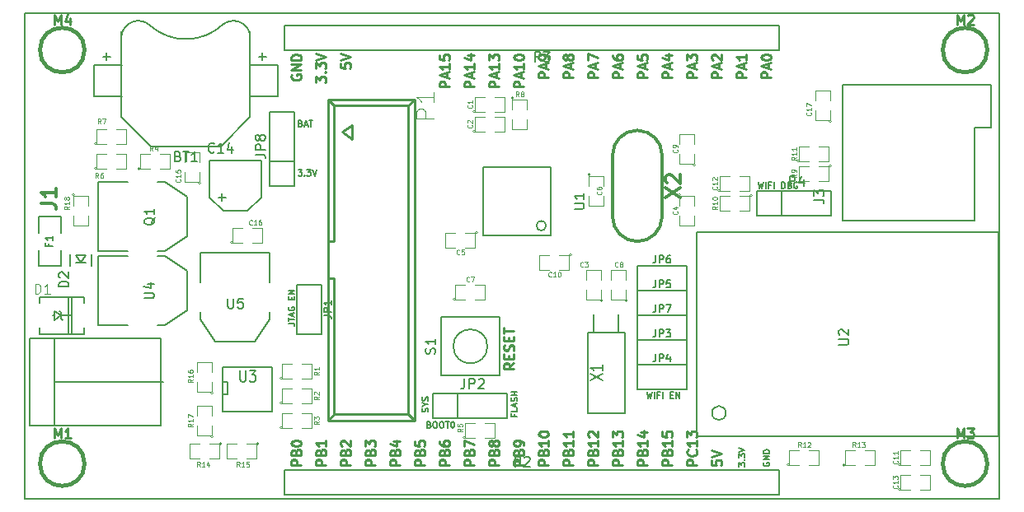
<source format=gto>
G04 (created by PCBNEW (2012-nov-02)-testing) date Tue 08 Jan 2013 11:00:24 PM EST*
%MOIN*%
G04 Gerber Fmt 3.4, Leading zero omitted, Abs format*
%FSLAX34Y34*%
G01*
G70*
G90*
G04 APERTURE LIST*
%ADD10C,0.006*%
%ADD11C,0.00984252*%
%ADD12C,0.005*%
%ADD13C,0.00625*%
%ADD14C,0.00590551*%
%ADD15C,0.01*%
%ADD16C,0.008*%
%ADD17C,0.0039*%
%ADD18C,0.0125*%
%ADD19C,0.015*%
%ADD20C,0.0035*%
%ADD21C,0.012*%
%ADD22C,0.0043*%
%ADD23C,0.0047*%
G04 APERTURE END LIST*
G54D10*
G54D11*
X59129Y-53551D02*
X58941Y-53682D01*
X59129Y-53776D02*
X58735Y-53776D01*
X58735Y-53626D01*
X58754Y-53588D01*
X58773Y-53570D01*
X58810Y-53551D01*
X58866Y-53551D01*
X58904Y-53570D01*
X58923Y-53588D01*
X58941Y-53626D01*
X58941Y-53776D01*
X58923Y-53382D02*
X58923Y-53251D01*
X59129Y-53195D02*
X59129Y-53382D01*
X58735Y-53382D01*
X58735Y-53195D01*
X59110Y-53045D02*
X59129Y-52988D01*
X59129Y-52895D01*
X59110Y-52857D01*
X59091Y-52838D01*
X59054Y-52820D01*
X59016Y-52820D01*
X58979Y-52838D01*
X58960Y-52857D01*
X58941Y-52895D01*
X58923Y-52970D01*
X58904Y-53007D01*
X58885Y-53026D01*
X58848Y-53045D01*
X58810Y-53045D01*
X58773Y-53026D01*
X58754Y-53007D01*
X58735Y-52970D01*
X58735Y-52876D01*
X58754Y-52820D01*
X58923Y-52651D02*
X58923Y-52520D01*
X59129Y-52464D02*
X59129Y-52651D01*
X58735Y-52651D01*
X58735Y-52464D01*
X58735Y-52351D02*
X58735Y-52126D01*
X59129Y-52239D02*
X58735Y-52239D01*
G54D12*
X55712Y-56040D02*
X55748Y-56052D01*
X55760Y-56064D01*
X55772Y-56087D01*
X55772Y-56123D01*
X55760Y-56147D01*
X55748Y-56159D01*
X55724Y-56171D01*
X55629Y-56171D01*
X55629Y-55921D01*
X55712Y-55921D01*
X55736Y-55933D01*
X55748Y-55945D01*
X55760Y-55968D01*
X55760Y-55992D01*
X55748Y-56016D01*
X55736Y-56028D01*
X55712Y-56040D01*
X55629Y-56040D01*
X55927Y-55921D02*
X55974Y-55921D01*
X55998Y-55933D01*
X56022Y-55956D01*
X56034Y-56004D01*
X56034Y-56087D01*
X56022Y-56135D01*
X55998Y-56159D01*
X55974Y-56171D01*
X55927Y-56171D01*
X55903Y-56159D01*
X55879Y-56135D01*
X55867Y-56087D01*
X55867Y-56004D01*
X55879Y-55956D01*
X55903Y-55933D01*
X55927Y-55921D01*
X56189Y-55921D02*
X56236Y-55921D01*
X56260Y-55933D01*
X56284Y-55956D01*
X56296Y-56004D01*
X56296Y-56087D01*
X56284Y-56135D01*
X56260Y-56159D01*
X56236Y-56171D01*
X56189Y-56171D01*
X56165Y-56159D01*
X56141Y-56135D01*
X56129Y-56087D01*
X56129Y-56004D01*
X56141Y-55956D01*
X56165Y-55933D01*
X56189Y-55921D01*
X56367Y-55921D02*
X56510Y-55921D01*
X56439Y-56171D02*
X56439Y-55921D01*
X56641Y-55921D02*
X56665Y-55921D01*
X56689Y-55933D01*
X56701Y-55945D01*
X56712Y-55968D01*
X56724Y-56016D01*
X56724Y-56076D01*
X56712Y-56123D01*
X56701Y-56147D01*
X56689Y-56159D01*
X56665Y-56171D01*
X56641Y-56171D01*
X56617Y-56159D01*
X56605Y-56147D01*
X56593Y-56123D01*
X56581Y-56076D01*
X56581Y-56016D01*
X56593Y-55968D01*
X56605Y-55945D01*
X56617Y-55933D01*
X56641Y-55921D01*
X59140Y-55627D02*
X59140Y-55710D01*
X59271Y-55710D02*
X59021Y-55710D01*
X59021Y-55591D01*
X59271Y-55377D02*
X59271Y-55496D01*
X59021Y-55496D01*
X59199Y-55305D02*
X59199Y-55186D01*
X59271Y-55329D02*
X59021Y-55246D01*
X59271Y-55162D01*
X59259Y-55091D02*
X59271Y-55055D01*
X59271Y-54996D01*
X59259Y-54972D01*
X59247Y-54960D01*
X59223Y-54948D01*
X59199Y-54948D01*
X59176Y-54960D01*
X59164Y-54972D01*
X59152Y-54996D01*
X59140Y-55043D01*
X59128Y-55067D01*
X59116Y-55079D01*
X59092Y-55091D01*
X59068Y-55091D01*
X59045Y-55079D01*
X59033Y-55067D01*
X59021Y-55043D01*
X59021Y-54984D01*
X59033Y-54948D01*
X59271Y-54841D02*
X59021Y-54841D01*
X59140Y-54841D02*
X59140Y-54698D01*
X59271Y-54698D02*
X59021Y-54698D01*
X69005Y-46221D02*
X69065Y-46471D01*
X69112Y-46292D01*
X69160Y-46471D01*
X69220Y-46221D01*
X69315Y-46471D02*
X69315Y-46221D01*
X69517Y-46340D02*
X69434Y-46340D01*
X69434Y-46471D02*
X69434Y-46221D01*
X69553Y-46221D01*
X69648Y-46471D02*
X69648Y-46221D01*
X69958Y-46471D02*
X69958Y-46221D01*
X70017Y-46221D01*
X70053Y-46233D01*
X70077Y-46256D01*
X70089Y-46280D01*
X70101Y-46328D01*
X70101Y-46364D01*
X70089Y-46411D01*
X70077Y-46435D01*
X70053Y-46459D01*
X70017Y-46471D01*
X69958Y-46471D01*
X70291Y-46340D02*
X70327Y-46352D01*
X70339Y-46364D01*
X70351Y-46387D01*
X70351Y-46423D01*
X70339Y-46447D01*
X70327Y-46459D01*
X70303Y-46471D01*
X70208Y-46471D01*
X70208Y-46221D01*
X70291Y-46221D01*
X70315Y-46233D01*
X70327Y-46245D01*
X70339Y-46268D01*
X70339Y-46292D01*
X70327Y-46316D01*
X70315Y-46328D01*
X70291Y-46340D01*
X70208Y-46340D01*
X70589Y-46233D02*
X70565Y-46221D01*
X70529Y-46221D01*
X70493Y-46233D01*
X70470Y-46256D01*
X70458Y-46280D01*
X70446Y-46328D01*
X70446Y-46364D01*
X70458Y-46411D01*
X70470Y-46435D01*
X70493Y-46459D01*
X70529Y-46471D01*
X70553Y-46471D01*
X70589Y-46459D01*
X70601Y-46447D01*
X70601Y-46364D01*
X70553Y-46364D01*
X64505Y-54721D02*
X64565Y-54971D01*
X64612Y-54792D01*
X64660Y-54971D01*
X64720Y-54721D01*
X64815Y-54971D02*
X64815Y-54721D01*
X65017Y-54840D02*
X64934Y-54840D01*
X64934Y-54971D02*
X64934Y-54721D01*
X65053Y-54721D01*
X65148Y-54971D02*
X65148Y-54721D01*
X65458Y-54840D02*
X65541Y-54840D01*
X65577Y-54971D02*
X65458Y-54971D01*
X65458Y-54721D01*
X65577Y-54721D01*
X65684Y-54971D02*
X65684Y-54721D01*
X65827Y-54971D01*
X65827Y-54721D01*
X55659Y-55522D02*
X55671Y-55486D01*
X55671Y-55427D01*
X55659Y-55403D01*
X55647Y-55391D01*
X55623Y-55379D01*
X55599Y-55379D01*
X55576Y-55391D01*
X55564Y-55403D01*
X55552Y-55427D01*
X55540Y-55474D01*
X55528Y-55498D01*
X55516Y-55510D01*
X55492Y-55522D01*
X55468Y-55522D01*
X55445Y-55510D01*
X55433Y-55498D01*
X55421Y-55474D01*
X55421Y-55415D01*
X55433Y-55379D01*
X55552Y-55224D02*
X55671Y-55224D01*
X55421Y-55308D02*
X55552Y-55224D01*
X55421Y-55141D01*
X55659Y-55070D02*
X55671Y-55034D01*
X55671Y-54974D01*
X55659Y-54951D01*
X55647Y-54939D01*
X55623Y-54927D01*
X55599Y-54927D01*
X55576Y-54939D01*
X55564Y-54951D01*
X55552Y-54974D01*
X55540Y-55022D01*
X55528Y-55046D01*
X55516Y-55058D01*
X55492Y-55070D01*
X55468Y-55070D01*
X55445Y-55058D01*
X55433Y-55046D01*
X55421Y-55022D01*
X55421Y-54962D01*
X55433Y-54927D01*
X50021Y-51939D02*
X50199Y-51939D01*
X50235Y-51951D01*
X50259Y-51974D01*
X50271Y-52010D01*
X50271Y-52034D01*
X50021Y-51855D02*
X50021Y-51712D01*
X50271Y-51784D02*
X50021Y-51784D01*
X50199Y-51641D02*
X50199Y-51522D01*
X50271Y-51665D02*
X50021Y-51581D01*
X50271Y-51498D01*
X50033Y-51284D02*
X50021Y-51308D01*
X50021Y-51343D01*
X50033Y-51379D01*
X50056Y-51403D01*
X50080Y-51415D01*
X50128Y-51427D01*
X50164Y-51427D01*
X50211Y-51415D01*
X50235Y-51403D01*
X50259Y-51379D01*
X50271Y-51343D01*
X50271Y-51320D01*
X50259Y-51284D01*
X50247Y-51272D01*
X50164Y-51272D01*
X50164Y-51320D01*
X50140Y-50974D02*
X50140Y-50891D01*
X50271Y-50855D02*
X50271Y-50974D01*
X50021Y-50974D01*
X50021Y-50855D01*
X50271Y-50748D02*
X50021Y-50748D01*
X50271Y-50605D01*
X50021Y-50605D01*
X50405Y-45721D02*
X50560Y-45721D01*
X50477Y-45816D01*
X50512Y-45816D01*
X50536Y-45828D01*
X50548Y-45840D01*
X50560Y-45864D01*
X50560Y-45923D01*
X50548Y-45947D01*
X50536Y-45959D01*
X50512Y-45971D01*
X50441Y-45971D01*
X50417Y-45959D01*
X50405Y-45947D01*
X50667Y-45947D02*
X50679Y-45959D01*
X50667Y-45971D01*
X50655Y-45959D01*
X50667Y-45947D01*
X50667Y-45971D01*
X50762Y-45721D02*
X50917Y-45721D01*
X50834Y-45816D01*
X50870Y-45816D01*
X50893Y-45828D01*
X50905Y-45840D01*
X50917Y-45864D01*
X50917Y-45923D01*
X50905Y-45947D01*
X50893Y-45959D01*
X50870Y-45971D01*
X50798Y-45971D01*
X50774Y-45959D01*
X50762Y-45947D01*
X50989Y-45721D02*
X51072Y-45971D01*
X51155Y-45721D01*
X50512Y-43840D02*
X50548Y-43852D01*
X50560Y-43864D01*
X50572Y-43887D01*
X50572Y-43923D01*
X50560Y-43947D01*
X50548Y-43959D01*
X50524Y-43971D01*
X50429Y-43971D01*
X50429Y-43721D01*
X50512Y-43721D01*
X50536Y-43733D01*
X50548Y-43745D01*
X50560Y-43768D01*
X50560Y-43792D01*
X50548Y-43816D01*
X50536Y-43828D01*
X50512Y-43840D01*
X50429Y-43840D01*
X50667Y-43899D02*
X50786Y-43899D01*
X50643Y-43971D02*
X50727Y-43721D01*
X50810Y-43971D01*
X50858Y-43721D02*
X51001Y-43721D01*
X50929Y-43971D02*
X50929Y-43721D01*
G54D13*
X69233Y-57579D02*
X69221Y-57603D01*
X69221Y-57639D01*
X69233Y-57674D01*
X69256Y-57698D01*
X69280Y-57710D01*
X69328Y-57722D01*
X69364Y-57722D01*
X69411Y-57710D01*
X69435Y-57698D01*
X69459Y-57674D01*
X69471Y-57639D01*
X69471Y-57615D01*
X69459Y-57579D01*
X69447Y-57567D01*
X69364Y-57567D01*
X69364Y-57615D01*
X69471Y-57460D02*
X69221Y-57460D01*
X69471Y-57317D01*
X69221Y-57317D01*
X69471Y-57198D02*
X69221Y-57198D01*
X69221Y-57139D01*
X69233Y-57103D01*
X69256Y-57079D01*
X69280Y-57067D01*
X69328Y-57055D01*
X69364Y-57055D01*
X69411Y-57067D01*
X69435Y-57079D01*
X69459Y-57103D01*
X69471Y-57139D01*
X69471Y-57198D01*
G54D12*
X68221Y-57734D02*
X68221Y-57579D01*
X68316Y-57662D01*
X68316Y-57627D01*
X68328Y-57603D01*
X68340Y-57591D01*
X68364Y-57579D01*
X68423Y-57579D01*
X68447Y-57591D01*
X68459Y-57603D01*
X68471Y-57627D01*
X68471Y-57698D01*
X68459Y-57722D01*
X68447Y-57734D01*
X68447Y-57472D02*
X68459Y-57460D01*
X68471Y-57472D01*
X68459Y-57484D01*
X68447Y-57472D01*
X68471Y-57472D01*
X68221Y-57377D02*
X68221Y-57222D01*
X68316Y-57305D01*
X68316Y-57270D01*
X68328Y-57246D01*
X68340Y-57234D01*
X68364Y-57222D01*
X68423Y-57222D01*
X68447Y-57234D01*
X68459Y-57246D01*
X68471Y-57270D01*
X68471Y-57341D01*
X68459Y-57365D01*
X68447Y-57377D01*
X68221Y-57151D02*
X68471Y-57067D01*
X68221Y-56984D01*
G54D11*
X67135Y-57488D02*
X67135Y-57676D01*
X67323Y-57695D01*
X67304Y-57676D01*
X67285Y-57638D01*
X67285Y-57545D01*
X67304Y-57507D01*
X67323Y-57488D01*
X67360Y-57470D01*
X67454Y-57470D01*
X67491Y-57488D01*
X67510Y-57507D01*
X67529Y-57545D01*
X67529Y-57638D01*
X67510Y-57676D01*
X67491Y-57695D01*
X67135Y-57357D02*
X67529Y-57226D01*
X67135Y-57095D01*
X66529Y-57676D02*
X66135Y-57676D01*
X66135Y-57526D01*
X66154Y-57488D01*
X66173Y-57470D01*
X66210Y-57451D01*
X66266Y-57451D01*
X66304Y-57470D01*
X66323Y-57488D01*
X66341Y-57526D01*
X66341Y-57676D01*
X66491Y-57057D02*
X66510Y-57076D01*
X66529Y-57132D01*
X66529Y-57170D01*
X66510Y-57226D01*
X66473Y-57263D01*
X66435Y-57282D01*
X66360Y-57301D01*
X66304Y-57301D01*
X66229Y-57282D01*
X66191Y-57263D01*
X66154Y-57226D01*
X66135Y-57170D01*
X66135Y-57132D01*
X66154Y-57076D01*
X66173Y-57057D01*
X66529Y-56682D02*
X66529Y-56907D01*
X66529Y-56795D02*
X66135Y-56795D01*
X66191Y-56832D01*
X66229Y-56870D01*
X66248Y-56907D01*
X66135Y-56551D02*
X66135Y-56307D01*
X66285Y-56438D01*
X66285Y-56382D01*
X66304Y-56345D01*
X66323Y-56326D01*
X66360Y-56307D01*
X66454Y-56307D01*
X66491Y-56326D01*
X66510Y-56345D01*
X66529Y-56382D01*
X66529Y-56495D01*
X66510Y-56532D01*
X66491Y-56551D01*
X65529Y-57676D02*
X65135Y-57676D01*
X65135Y-57526D01*
X65154Y-57488D01*
X65173Y-57470D01*
X65210Y-57451D01*
X65266Y-57451D01*
X65304Y-57470D01*
X65323Y-57488D01*
X65341Y-57526D01*
X65341Y-57676D01*
X65323Y-57151D02*
X65341Y-57095D01*
X65360Y-57076D01*
X65398Y-57057D01*
X65454Y-57057D01*
X65491Y-57076D01*
X65510Y-57095D01*
X65529Y-57132D01*
X65529Y-57282D01*
X65135Y-57282D01*
X65135Y-57151D01*
X65154Y-57113D01*
X65173Y-57095D01*
X65210Y-57076D01*
X65248Y-57076D01*
X65285Y-57095D01*
X65304Y-57113D01*
X65323Y-57151D01*
X65323Y-57282D01*
X65529Y-56682D02*
X65529Y-56907D01*
X65529Y-56795D02*
X65135Y-56795D01*
X65191Y-56832D01*
X65229Y-56870D01*
X65248Y-56907D01*
X65135Y-56326D02*
X65135Y-56513D01*
X65323Y-56532D01*
X65304Y-56513D01*
X65285Y-56476D01*
X65285Y-56382D01*
X65304Y-56345D01*
X65323Y-56326D01*
X65360Y-56307D01*
X65454Y-56307D01*
X65491Y-56326D01*
X65510Y-56345D01*
X65529Y-56382D01*
X65529Y-56476D01*
X65510Y-56513D01*
X65491Y-56532D01*
X64529Y-57676D02*
X64135Y-57676D01*
X64135Y-57526D01*
X64154Y-57488D01*
X64173Y-57470D01*
X64210Y-57451D01*
X64266Y-57451D01*
X64304Y-57470D01*
X64323Y-57488D01*
X64341Y-57526D01*
X64341Y-57676D01*
X64323Y-57151D02*
X64341Y-57095D01*
X64360Y-57076D01*
X64398Y-57057D01*
X64454Y-57057D01*
X64491Y-57076D01*
X64510Y-57095D01*
X64529Y-57132D01*
X64529Y-57282D01*
X64135Y-57282D01*
X64135Y-57151D01*
X64154Y-57113D01*
X64173Y-57095D01*
X64210Y-57076D01*
X64248Y-57076D01*
X64285Y-57095D01*
X64304Y-57113D01*
X64323Y-57151D01*
X64323Y-57282D01*
X64529Y-56682D02*
X64529Y-56907D01*
X64529Y-56795D02*
X64135Y-56795D01*
X64191Y-56832D01*
X64229Y-56870D01*
X64248Y-56907D01*
X64266Y-56345D02*
X64529Y-56345D01*
X64116Y-56438D02*
X64398Y-56532D01*
X64398Y-56289D01*
X63529Y-57676D02*
X63135Y-57676D01*
X63135Y-57526D01*
X63154Y-57488D01*
X63173Y-57470D01*
X63210Y-57451D01*
X63266Y-57451D01*
X63304Y-57470D01*
X63323Y-57488D01*
X63341Y-57526D01*
X63341Y-57676D01*
X63323Y-57151D02*
X63341Y-57095D01*
X63360Y-57076D01*
X63398Y-57057D01*
X63454Y-57057D01*
X63491Y-57076D01*
X63510Y-57095D01*
X63529Y-57132D01*
X63529Y-57282D01*
X63135Y-57282D01*
X63135Y-57151D01*
X63154Y-57113D01*
X63173Y-57095D01*
X63210Y-57076D01*
X63248Y-57076D01*
X63285Y-57095D01*
X63304Y-57113D01*
X63323Y-57151D01*
X63323Y-57282D01*
X63529Y-56682D02*
X63529Y-56907D01*
X63529Y-56795D02*
X63135Y-56795D01*
X63191Y-56832D01*
X63229Y-56870D01*
X63248Y-56907D01*
X63135Y-56551D02*
X63135Y-56307D01*
X63285Y-56438D01*
X63285Y-56382D01*
X63304Y-56345D01*
X63323Y-56326D01*
X63360Y-56307D01*
X63454Y-56307D01*
X63491Y-56326D01*
X63510Y-56345D01*
X63529Y-56382D01*
X63529Y-56495D01*
X63510Y-56532D01*
X63491Y-56551D01*
X62529Y-57676D02*
X62135Y-57676D01*
X62135Y-57526D01*
X62154Y-57488D01*
X62173Y-57470D01*
X62210Y-57451D01*
X62266Y-57451D01*
X62304Y-57470D01*
X62323Y-57488D01*
X62341Y-57526D01*
X62341Y-57676D01*
X62323Y-57151D02*
X62341Y-57095D01*
X62360Y-57076D01*
X62398Y-57057D01*
X62454Y-57057D01*
X62491Y-57076D01*
X62510Y-57095D01*
X62529Y-57132D01*
X62529Y-57282D01*
X62135Y-57282D01*
X62135Y-57151D01*
X62154Y-57113D01*
X62173Y-57095D01*
X62210Y-57076D01*
X62248Y-57076D01*
X62285Y-57095D01*
X62304Y-57113D01*
X62323Y-57151D01*
X62323Y-57282D01*
X62529Y-56682D02*
X62529Y-56907D01*
X62529Y-56795D02*
X62135Y-56795D01*
X62191Y-56832D01*
X62229Y-56870D01*
X62248Y-56907D01*
X62173Y-56532D02*
X62154Y-56513D01*
X62135Y-56476D01*
X62135Y-56382D01*
X62154Y-56345D01*
X62173Y-56326D01*
X62210Y-56307D01*
X62248Y-56307D01*
X62304Y-56326D01*
X62529Y-56551D01*
X62529Y-56307D01*
X61529Y-57676D02*
X61135Y-57676D01*
X61135Y-57526D01*
X61154Y-57488D01*
X61173Y-57470D01*
X61210Y-57451D01*
X61266Y-57451D01*
X61304Y-57470D01*
X61323Y-57488D01*
X61341Y-57526D01*
X61341Y-57676D01*
X61323Y-57151D02*
X61341Y-57095D01*
X61360Y-57076D01*
X61398Y-57057D01*
X61454Y-57057D01*
X61491Y-57076D01*
X61510Y-57095D01*
X61529Y-57132D01*
X61529Y-57282D01*
X61135Y-57282D01*
X61135Y-57151D01*
X61154Y-57113D01*
X61173Y-57095D01*
X61210Y-57076D01*
X61248Y-57076D01*
X61285Y-57095D01*
X61304Y-57113D01*
X61323Y-57151D01*
X61323Y-57282D01*
X61529Y-56682D02*
X61529Y-56907D01*
X61529Y-56795D02*
X61135Y-56795D01*
X61191Y-56832D01*
X61229Y-56870D01*
X61248Y-56907D01*
X61529Y-56307D02*
X61529Y-56532D01*
X61529Y-56420D02*
X61135Y-56420D01*
X61191Y-56457D01*
X61229Y-56495D01*
X61248Y-56532D01*
X60529Y-57676D02*
X60135Y-57676D01*
X60135Y-57526D01*
X60154Y-57488D01*
X60173Y-57470D01*
X60210Y-57451D01*
X60266Y-57451D01*
X60304Y-57470D01*
X60323Y-57488D01*
X60341Y-57526D01*
X60341Y-57676D01*
X60323Y-57151D02*
X60341Y-57095D01*
X60360Y-57076D01*
X60398Y-57057D01*
X60454Y-57057D01*
X60491Y-57076D01*
X60510Y-57095D01*
X60529Y-57132D01*
X60529Y-57282D01*
X60135Y-57282D01*
X60135Y-57151D01*
X60154Y-57113D01*
X60173Y-57095D01*
X60210Y-57076D01*
X60248Y-57076D01*
X60285Y-57095D01*
X60304Y-57113D01*
X60323Y-57151D01*
X60323Y-57282D01*
X60529Y-56682D02*
X60529Y-56907D01*
X60529Y-56795D02*
X60135Y-56795D01*
X60191Y-56832D01*
X60229Y-56870D01*
X60248Y-56907D01*
X60135Y-56438D02*
X60135Y-56401D01*
X60154Y-56364D01*
X60173Y-56345D01*
X60210Y-56326D01*
X60285Y-56307D01*
X60379Y-56307D01*
X60454Y-56326D01*
X60491Y-56345D01*
X60510Y-56364D01*
X60529Y-56401D01*
X60529Y-56438D01*
X60510Y-56476D01*
X60491Y-56495D01*
X60454Y-56513D01*
X60379Y-56532D01*
X60285Y-56532D01*
X60210Y-56513D01*
X60173Y-56495D01*
X60154Y-56476D01*
X60135Y-56438D01*
X59529Y-57676D02*
X59135Y-57676D01*
X59135Y-57526D01*
X59154Y-57488D01*
X59173Y-57470D01*
X59210Y-57451D01*
X59266Y-57451D01*
X59304Y-57470D01*
X59323Y-57488D01*
X59341Y-57526D01*
X59341Y-57676D01*
X59323Y-57151D02*
X59341Y-57095D01*
X59360Y-57076D01*
X59398Y-57057D01*
X59454Y-57057D01*
X59491Y-57076D01*
X59510Y-57095D01*
X59529Y-57132D01*
X59529Y-57282D01*
X59135Y-57282D01*
X59135Y-57151D01*
X59154Y-57113D01*
X59173Y-57095D01*
X59210Y-57076D01*
X59248Y-57076D01*
X59285Y-57095D01*
X59304Y-57113D01*
X59323Y-57151D01*
X59323Y-57282D01*
X59529Y-56870D02*
X59529Y-56795D01*
X59510Y-56757D01*
X59491Y-56738D01*
X59435Y-56701D01*
X59360Y-56682D01*
X59210Y-56682D01*
X59173Y-56701D01*
X59154Y-56720D01*
X59135Y-56757D01*
X59135Y-56832D01*
X59154Y-56870D01*
X59173Y-56888D01*
X59210Y-56907D01*
X59304Y-56907D01*
X59341Y-56888D01*
X59360Y-56870D01*
X59379Y-56832D01*
X59379Y-56757D01*
X59360Y-56720D01*
X59341Y-56701D01*
X59304Y-56682D01*
X58529Y-57676D02*
X58135Y-57676D01*
X58135Y-57526D01*
X58154Y-57488D01*
X58173Y-57470D01*
X58210Y-57451D01*
X58266Y-57451D01*
X58304Y-57470D01*
X58323Y-57488D01*
X58341Y-57526D01*
X58341Y-57676D01*
X58323Y-57151D02*
X58341Y-57095D01*
X58360Y-57076D01*
X58398Y-57057D01*
X58454Y-57057D01*
X58491Y-57076D01*
X58510Y-57095D01*
X58529Y-57132D01*
X58529Y-57282D01*
X58135Y-57282D01*
X58135Y-57151D01*
X58154Y-57113D01*
X58173Y-57095D01*
X58210Y-57076D01*
X58248Y-57076D01*
X58285Y-57095D01*
X58304Y-57113D01*
X58323Y-57151D01*
X58323Y-57282D01*
X58304Y-56832D02*
X58285Y-56870D01*
X58266Y-56888D01*
X58229Y-56907D01*
X58210Y-56907D01*
X58173Y-56888D01*
X58154Y-56870D01*
X58135Y-56832D01*
X58135Y-56757D01*
X58154Y-56720D01*
X58173Y-56701D01*
X58210Y-56682D01*
X58229Y-56682D01*
X58266Y-56701D01*
X58285Y-56720D01*
X58304Y-56757D01*
X58304Y-56832D01*
X58323Y-56870D01*
X58341Y-56888D01*
X58379Y-56907D01*
X58454Y-56907D01*
X58491Y-56888D01*
X58510Y-56870D01*
X58529Y-56832D01*
X58529Y-56757D01*
X58510Y-56720D01*
X58491Y-56701D01*
X58454Y-56682D01*
X58379Y-56682D01*
X58341Y-56701D01*
X58323Y-56720D01*
X58304Y-56757D01*
X57529Y-57676D02*
X57135Y-57676D01*
X57135Y-57526D01*
X57154Y-57488D01*
X57173Y-57470D01*
X57210Y-57451D01*
X57266Y-57451D01*
X57304Y-57470D01*
X57323Y-57488D01*
X57341Y-57526D01*
X57341Y-57676D01*
X57323Y-57151D02*
X57341Y-57095D01*
X57360Y-57076D01*
X57398Y-57057D01*
X57454Y-57057D01*
X57491Y-57076D01*
X57510Y-57095D01*
X57529Y-57132D01*
X57529Y-57282D01*
X57135Y-57282D01*
X57135Y-57151D01*
X57154Y-57113D01*
X57173Y-57095D01*
X57210Y-57076D01*
X57248Y-57076D01*
X57285Y-57095D01*
X57304Y-57113D01*
X57323Y-57151D01*
X57323Y-57282D01*
X57135Y-56926D02*
X57135Y-56663D01*
X57529Y-56832D01*
X56529Y-57676D02*
X56135Y-57676D01*
X56135Y-57526D01*
X56154Y-57488D01*
X56173Y-57470D01*
X56210Y-57451D01*
X56266Y-57451D01*
X56304Y-57470D01*
X56323Y-57488D01*
X56341Y-57526D01*
X56341Y-57676D01*
X56323Y-57151D02*
X56341Y-57095D01*
X56360Y-57076D01*
X56398Y-57057D01*
X56454Y-57057D01*
X56491Y-57076D01*
X56510Y-57095D01*
X56529Y-57132D01*
X56529Y-57282D01*
X56135Y-57282D01*
X56135Y-57151D01*
X56154Y-57113D01*
X56173Y-57095D01*
X56210Y-57076D01*
X56248Y-57076D01*
X56285Y-57095D01*
X56304Y-57113D01*
X56323Y-57151D01*
X56323Y-57282D01*
X56135Y-56720D02*
X56135Y-56795D01*
X56154Y-56832D01*
X56173Y-56851D01*
X56229Y-56888D01*
X56304Y-56907D01*
X56454Y-56907D01*
X56491Y-56888D01*
X56510Y-56870D01*
X56529Y-56832D01*
X56529Y-56757D01*
X56510Y-56720D01*
X56491Y-56701D01*
X56454Y-56682D01*
X56360Y-56682D01*
X56323Y-56701D01*
X56304Y-56720D01*
X56285Y-56757D01*
X56285Y-56832D01*
X56304Y-56870D01*
X56323Y-56888D01*
X56360Y-56907D01*
X55529Y-57676D02*
X55135Y-57676D01*
X55135Y-57526D01*
X55154Y-57488D01*
X55173Y-57470D01*
X55210Y-57451D01*
X55266Y-57451D01*
X55304Y-57470D01*
X55323Y-57488D01*
X55341Y-57526D01*
X55341Y-57676D01*
X55323Y-57151D02*
X55341Y-57095D01*
X55360Y-57076D01*
X55398Y-57057D01*
X55454Y-57057D01*
X55491Y-57076D01*
X55510Y-57095D01*
X55529Y-57132D01*
X55529Y-57282D01*
X55135Y-57282D01*
X55135Y-57151D01*
X55154Y-57113D01*
X55173Y-57095D01*
X55210Y-57076D01*
X55248Y-57076D01*
X55285Y-57095D01*
X55304Y-57113D01*
X55323Y-57151D01*
X55323Y-57282D01*
X55135Y-56701D02*
X55135Y-56888D01*
X55323Y-56907D01*
X55304Y-56888D01*
X55285Y-56851D01*
X55285Y-56757D01*
X55304Y-56720D01*
X55323Y-56701D01*
X55360Y-56682D01*
X55454Y-56682D01*
X55491Y-56701D01*
X55510Y-56720D01*
X55529Y-56757D01*
X55529Y-56851D01*
X55510Y-56888D01*
X55491Y-56907D01*
X54529Y-57676D02*
X54135Y-57676D01*
X54135Y-57526D01*
X54154Y-57488D01*
X54173Y-57470D01*
X54210Y-57451D01*
X54266Y-57451D01*
X54304Y-57470D01*
X54323Y-57488D01*
X54341Y-57526D01*
X54341Y-57676D01*
X54323Y-57151D02*
X54341Y-57095D01*
X54360Y-57076D01*
X54398Y-57057D01*
X54454Y-57057D01*
X54491Y-57076D01*
X54510Y-57095D01*
X54529Y-57132D01*
X54529Y-57282D01*
X54135Y-57282D01*
X54135Y-57151D01*
X54154Y-57113D01*
X54173Y-57095D01*
X54210Y-57076D01*
X54248Y-57076D01*
X54285Y-57095D01*
X54304Y-57113D01*
X54323Y-57151D01*
X54323Y-57282D01*
X54266Y-56720D02*
X54529Y-56720D01*
X54116Y-56813D02*
X54398Y-56907D01*
X54398Y-56663D01*
X53529Y-57676D02*
X53135Y-57676D01*
X53135Y-57526D01*
X53154Y-57488D01*
X53173Y-57470D01*
X53210Y-57451D01*
X53266Y-57451D01*
X53304Y-57470D01*
X53323Y-57488D01*
X53341Y-57526D01*
X53341Y-57676D01*
X53323Y-57151D02*
X53341Y-57095D01*
X53360Y-57076D01*
X53398Y-57057D01*
X53454Y-57057D01*
X53491Y-57076D01*
X53510Y-57095D01*
X53529Y-57132D01*
X53529Y-57282D01*
X53135Y-57282D01*
X53135Y-57151D01*
X53154Y-57113D01*
X53173Y-57095D01*
X53210Y-57076D01*
X53248Y-57076D01*
X53285Y-57095D01*
X53304Y-57113D01*
X53323Y-57151D01*
X53323Y-57282D01*
X53135Y-56926D02*
X53135Y-56682D01*
X53285Y-56813D01*
X53285Y-56757D01*
X53304Y-56720D01*
X53323Y-56701D01*
X53360Y-56682D01*
X53454Y-56682D01*
X53491Y-56701D01*
X53510Y-56720D01*
X53529Y-56757D01*
X53529Y-56870D01*
X53510Y-56907D01*
X53491Y-56926D01*
X52529Y-57676D02*
X52135Y-57676D01*
X52135Y-57526D01*
X52154Y-57488D01*
X52173Y-57470D01*
X52210Y-57451D01*
X52266Y-57451D01*
X52304Y-57470D01*
X52323Y-57488D01*
X52341Y-57526D01*
X52341Y-57676D01*
X52323Y-57151D02*
X52341Y-57095D01*
X52360Y-57076D01*
X52398Y-57057D01*
X52454Y-57057D01*
X52491Y-57076D01*
X52510Y-57095D01*
X52529Y-57132D01*
X52529Y-57282D01*
X52135Y-57282D01*
X52135Y-57151D01*
X52154Y-57113D01*
X52173Y-57095D01*
X52210Y-57076D01*
X52248Y-57076D01*
X52285Y-57095D01*
X52304Y-57113D01*
X52323Y-57151D01*
X52323Y-57282D01*
X52173Y-56907D02*
X52154Y-56888D01*
X52135Y-56851D01*
X52135Y-56757D01*
X52154Y-56720D01*
X52173Y-56701D01*
X52210Y-56682D01*
X52248Y-56682D01*
X52304Y-56701D01*
X52529Y-56926D01*
X52529Y-56682D01*
X51529Y-57676D02*
X51135Y-57676D01*
X51135Y-57526D01*
X51154Y-57488D01*
X51173Y-57470D01*
X51210Y-57451D01*
X51266Y-57451D01*
X51304Y-57470D01*
X51323Y-57488D01*
X51341Y-57526D01*
X51341Y-57676D01*
X51323Y-57151D02*
X51341Y-57095D01*
X51360Y-57076D01*
X51398Y-57057D01*
X51454Y-57057D01*
X51491Y-57076D01*
X51510Y-57095D01*
X51529Y-57132D01*
X51529Y-57282D01*
X51135Y-57282D01*
X51135Y-57151D01*
X51154Y-57113D01*
X51173Y-57095D01*
X51210Y-57076D01*
X51248Y-57076D01*
X51285Y-57095D01*
X51304Y-57113D01*
X51323Y-57151D01*
X51323Y-57282D01*
X51529Y-56682D02*
X51529Y-56907D01*
X51529Y-56795D02*
X51135Y-56795D01*
X51191Y-56832D01*
X51229Y-56870D01*
X51248Y-56907D01*
X50529Y-57676D02*
X50135Y-57676D01*
X50135Y-57526D01*
X50154Y-57488D01*
X50173Y-57470D01*
X50210Y-57451D01*
X50266Y-57451D01*
X50304Y-57470D01*
X50323Y-57488D01*
X50341Y-57526D01*
X50341Y-57676D01*
X50323Y-57151D02*
X50341Y-57095D01*
X50360Y-57076D01*
X50398Y-57057D01*
X50454Y-57057D01*
X50491Y-57076D01*
X50510Y-57095D01*
X50529Y-57132D01*
X50529Y-57282D01*
X50135Y-57282D01*
X50135Y-57151D01*
X50154Y-57113D01*
X50173Y-57095D01*
X50210Y-57076D01*
X50248Y-57076D01*
X50285Y-57095D01*
X50304Y-57113D01*
X50323Y-57151D01*
X50323Y-57282D01*
X50135Y-56813D02*
X50135Y-56776D01*
X50154Y-56738D01*
X50173Y-56720D01*
X50210Y-56701D01*
X50285Y-56682D01*
X50379Y-56682D01*
X50454Y-56701D01*
X50491Y-56720D01*
X50510Y-56738D01*
X50529Y-56776D01*
X50529Y-56813D01*
X50510Y-56851D01*
X50491Y-56870D01*
X50454Y-56888D01*
X50379Y-56907D01*
X50285Y-56907D01*
X50210Y-56888D01*
X50173Y-56870D01*
X50154Y-56851D01*
X50135Y-56813D01*
X69529Y-41982D02*
X69135Y-41982D01*
X69135Y-41832D01*
X69154Y-41794D01*
X69173Y-41776D01*
X69210Y-41757D01*
X69266Y-41757D01*
X69304Y-41776D01*
X69323Y-41794D01*
X69341Y-41832D01*
X69341Y-41982D01*
X69416Y-41607D02*
X69416Y-41420D01*
X69529Y-41644D02*
X69135Y-41513D01*
X69529Y-41382D01*
X69135Y-41176D02*
X69135Y-41138D01*
X69154Y-41101D01*
X69173Y-41082D01*
X69210Y-41063D01*
X69285Y-41045D01*
X69379Y-41045D01*
X69454Y-41063D01*
X69491Y-41082D01*
X69510Y-41101D01*
X69529Y-41138D01*
X69529Y-41176D01*
X69510Y-41213D01*
X69491Y-41232D01*
X69454Y-41251D01*
X69379Y-41270D01*
X69285Y-41270D01*
X69210Y-41251D01*
X69173Y-41232D01*
X69154Y-41213D01*
X69135Y-41176D01*
X68529Y-41982D02*
X68135Y-41982D01*
X68135Y-41832D01*
X68154Y-41794D01*
X68173Y-41776D01*
X68210Y-41757D01*
X68266Y-41757D01*
X68304Y-41776D01*
X68323Y-41794D01*
X68341Y-41832D01*
X68341Y-41982D01*
X68416Y-41607D02*
X68416Y-41420D01*
X68529Y-41644D02*
X68135Y-41513D01*
X68529Y-41382D01*
X68529Y-41045D02*
X68529Y-41270D01*
X68529Y-41157D02*
X68135Y-41157D01*
X68191Y-41195D01*
X68229Y-41232D01*
X68248Y-41270D01*
X67529Y-41982D02*
X67135Y-41982D01*
X67135Y-41832D01*
X67154Y-41794D01*
X67173Y-41776D01*
X67210Y-41757D01*
X67266Y-41757D01*
X67304Y-41776D01*
X67323Y-41794D01*
X67341Y-41832D01*
X67341Y-41982D01*
X67416Y-41607D02*
X67416Y-41420D01*
X67529Y-41644D02*
X67135Y-41513D01*
X67529Y-41382D01*
X67173Y-41270D02*
X67154Y-41251D01*
X67135Y-41213D01*
X67135Y-41120D01*
X67154Y-41082D01*
X67173Y-41063D01*
X67210Y-41045D01*
X67248Y-41045D01*
X67304Y-41063D01*
X67529Y-41288D01*
X67529Y-41045D01*
X66529Y-41982D02*
X66135Y-41982D01*
X66135Y-41832D01*
X66154Y-41794D01*
X66173Y-41776D01*
X66210Y-41757D01*
X66266Y-41757D01*
X66304Y-41776D01*
X66323Y-41794D01*
X66341Y-41832D01*
X66341Y-41982D01*
X66416Y-41607D02*
X66416Y-41420D01*
X66529Y-41644D02*
X66135Y-41513D01*
X66529Y-41382D01*
X66135Y-41288D02*
X66135Y-41045D01*
X66285Y-41176D01*
X66285Y-41120D01*
X66304Y-41082D01*
X66323Y-41063D01*
X66360Y-41045D01*
X66454Y-41045D01*
X66491Y-41063D01*
X66510Y-41082D01*
X66529Y-41120D01*
X66529Y-41232D01*
X66510Y-41270D01*
X66491Y-41288D01*
X65529Y-41982D02*
X65135Y-41982D01*
X65135Y-41832D01*
X65154Y-41794D01*
X65173Y-41776D01*
X65210Y-41757D01*
X65266Y-41757D01*
X65304Y-41776D01*
X65323Y-41794D01*
X65341Y-41832D01*
X65341Y-41982D01*
X65416Y-41607D02*
X65416Y-41420D01*
X65529Y-41644D02*
X65135Y-41513D01*
X65529Y-41382D01*
X65266Y-41082D02*
X65529Y-41082D01*
X65116Y-41176D02*
X65398Y-41270D01*
X65398Y-41026D01*
X64529Y-41982D02*
X64135Y-41982D01*
X64135Y-41832D01*
X64154Y-41794D01*
X64173Y-41776D01*
X64210Y-41757D01*
X64266Y-41757D01*
X64304Y-41776D01*
X64323Y-41794D01*
X64341Y-41832D01*
X64341Y-41982D01*
X64416Y-41607D02*
X64416Y-41420D01*
X64529Y-41644D02*
X64135Y-41513D01*
X64529Y-41382D01*
X64135Y-41063D02*
X64135Y-41251D01*
X64323Y-41270D01*
X64304Y-41251D01*
X64285Y-41213D01*
X64285Y-41120D01*
X64304Y-41082D01*
X64323Y-41063D01*
X64360Y-41045D01*
X64454Y-41045D01*
X64491Y-41063D01*
X64510Y-41082D01*
X64529Y-41120D01*
X64529Y-41213D01*
X64510Y-41251D01*
X64491Y-41270D01*
X63529Y-41982D02*
X63135Y-41982D01*
X63135Y-41832D01*
X63154Y-41794D01*
X63173Y-41776D01*
X63210Y-41757D01*
X63266Y-41757D01*
X63304Y-41776D01*
X63323Y-41794D01*
X63341Y-41832D01*
X63341Y-41982D01*
X63416Y-41607D02*
X63416Y-41420D01*
X63529Y-41644D02*
X63135Y-41513D01*
X63529Y-41382D01*
X63135Y-41082D02*
X63135Y-41157D01*
X63154Y-41195D01*
X63173Y-41213D01*
X63229Y-41251D01*
X63304Y-41270D01*
X63454Y-41270D01*
X63491Y-41251D01*
X63510Y-41232D01*
X63529Y-41195D01*
X63529Y-41120D01*
X63510Y-41082D01*
X63491Y-41063D01*
X63454Y-41045D01*
X63360Y-41045D01*
X63323Y-41063D01*
X63304Y-41082D01*
X63285Y-41120D01*
X63285Y-41195D01*
X63304Y-41232D01*
X63323Y-41251D01*
X63360Y-41270D01*
X62529Y-41982D02*
X62135Y-41982D01*
X62135Y-41832D01*
X62154Y-41794D01*
X62173Y-41776D01*
X62210Y-41757D01*
X62266Y-41757D01*
X62304Y-41776D01*
X62323Y-41794D01*
X62341Y-41832D01*
X62341Y-41982D01*
X62416Y-41607D02*
X62416Y-41420D01*
X62529Y-41644D02*
X62135Y-41513D01*
X62529Y-41382D01*
X62135Y-41288D02*
X62135Y-41026D01*
X62529Y-41195D01*
X61529Y-41982D02*
X61135Y-41982D01*
X61135Y-41832D01*
X61154Y-41794D01*
X61173Y-41776D01*
X61210Y-41757D01*
X61266Y-41757D01*
X61304Y-41776D01*
X61323Y-41794D01*
X61341Y-41832D01*
X61341Y-41982D01*
X61416Y-41607D02*
X61416Y-41420D01*
X61529Y-41644D02*
X61135Y-41513D01*
X61529Y-41382D01*
X61304Y-41195D02*
X61285Y-41232D01*
X61266Y-41251D01*
X61229Y-41270D01*
X61210Y-41270D01*
X61173Y-41251D01*
X61154Y-41232D01*
X61135Y-41195D01*
X61135Y-41120D01*
X61154Y-41082D01*
X61173Y-41063D01*
X61210Y-41045D01*
X61229Y-41045D01*
X61266Y-41063D01*
X61285Y-41082D01*
X61304Y-41120D01*
X61304Y-41195D01*
X61323Y-41232D01*
X61341Y-41251D01*
X61379Y-41270D01*
X61454Y-41270D01*
X61491Y-41251D01*
X61510Y-41232D01*
X61529Y-41195D01*
X61529Y-41120D01*
X61510Y-41082D01*
X61491Y-41063D01*
X61454Y-41045D01*
X61379Y-41045D01*
X61341Y-41063D01*
X61323Y-41082D01*
X61304Y-41120D01*
X60529Y-41982D02*
X60135Y-41982D01*
X60135Y-41832D01*
X60154Y-41794D01*
X60173Y-41776D01*
X60210Y-41757D01*
X60266Y-41757D01*
X60304Y-41776D01*
X60323Y-41794D01*
X60341Y-41832D01*
X60341Y-41982D01*
X60416Y-41607D02*
X60416Y-41420D01*
X60529Y-41644D02*
X60135Y-41513D01*
X60529Y-41382D01*
X60529Y-41232D02*
X60529Y-41157D01*
X60510Y-41120D01*
X60491Y-41101D01*
X60435Y-41063D01*
X60360Y-41045D01*
X60210Y-41045D01*
X60173Y-41063D01*
X60154Y-41082D01*
X60135Y-41120D01*
X60135Y-41195D01*
X60154Y-41232D01*
X60173Y-41251D01*
X60210Y-41270D01*
X60304Y-41270D01*
X60341Y-41251D01*
X60360Y-41232D01*
X60379Y-41195D01*
X60379Y-41120D01*
X60360Y-41082D01*
X60341Y-41063D01*
X60304Y-41045D01*
X59529Y-42357D02*
X59135Y-42357D01*
X59135Y-42207D01*
X59154Y-42169D01*
X59173Y-42151D01*
X59210Y-42132D01*
X59266Y-42132D01*
X59304Y-42151D01*
X59323Y-42169D01*
X59341Y-42207D01*
X59341Y-42357D01*
X59416Y-41982D02*
X59416Y-41794D01*
X59529Y-42019D02*
X59135Y-41888D01*
X59529Y-41757D01*
X59529Y-41420D02*
X59529Y-41644D01*
X59529Y-41532D02*
X59135Y-41532D01*
X59191Y-41570D01*
X59229Y-41607D01*
X59248Y-41644D01*
X59135Y-41176D02*
X59135Y-41138D01*
X59154Y-41101D01*
X59173Y-41082D01*
X59210Y-41063D01*
X59285Y-41045D01*
X59379Y-41045D01*
X59454Y-41063D01*
X59491Y-41082D01*
X59510Y-41101D01*
X59529Y-41138D01*
X59529Y-41176D01*
X59510Y-41213D01*
X59491Y-41232D01*
X59454Y-41251D01*
X59379Y-41270D01*
X59285Y-41270D01*
X59210Y-41251D01*
X59173Y-41232D01*
X59154Y-41213D01*
X59135Y-41176D01*
X58529Y-42357D02*
X58135Y-42357D01*
X58135Y-42207D01*
X58154Y-42169D01*
X58173Y-42151D01*
X58210Y-42132D01*
X58266Y-42132D01*
X58304Y-42151D01*
X58323Y-42169D01*
X58341Y-42207D01*
X58341Y-42357D01*
X58416Y-41982D02*
X58416Y-41794D01*
X58529Y-42019D02*
X58135Y-41888D01*
X58529Y-41757D01*
X58529Y-41420D02*
X58529Y-41644D01*
X58529Y-41532D02*
X58135Y-41532D01*
X58191Y-41570D01*
X58229Y-41607D01*
X58248Y-41644D01*
X58135Y-41288D02*
X58135Y-41045D01*
X58285Y-41176D01*
X58285Y-41120D01*
X58304Y-41082D01*
X58323Y-41063D01*
X58360Y-41045D01*
X58454Y-41045D01*
X58491Y-41063D01*
X58510Y-41082D01*
X58529Y-41120D01*
X58529Y-41232D01*
X58510Y-41270D01*
X58491Y-41288D01*
X57529Y-42357D02*
X57135Y-42357D01*
X57135Y-42207D01*
X57154Y-42169D01*
X57173Y-42151D01*
X57210Y-42132D01*
X57266Y-42132D01*
X57304Y-42151D01*
X57323Y-42169D01*
X57341Y-42207D01*
X57341Y-42357D01*
X57416Y-41982D02*
X57416Y-41794D01*
X57529Y-42019D02*
X57135Y-41888D01*
X57529Y-41757D01*
X57529Y-41420D02*
X57529Y-41644D01*
X57529Y-41532D02*
X57135Y-41532D01*
X57191Y-41570D01*
X57229Y-41607D01*
X57248Y-41644D01*
X57266Y-41082D02*
X57529Y-41082D01*
X57116Y-41176D02*
X57398Y-41270D01*
X57398Y-41026D01*
X56529Y-42357D02*
X56135Y-42357D01*
X56135Y-42207D01*
X56154Y-42169D01*
X56173Y-42151D01*
X56210Y-42132D01*
X56266Y-42132D01*
X56304Y-42151D01*
X56323Y-42169D01*
X56341Y-42207D01*
X56341Y-42357D01*
X56416Y-41982D02*
X56416Y-41794D01*
X56529Y-42019D02*
X56135Y-41888D01*
X56529Y-41757D01*
X56529Y-41420D02*
X56529Y-41644D01*
X56529Y-41532D02*
X56135Y-41532D01*
X56191Y-41570D01*
X56229Y-41607D01*
X56248Y-41644D01*
X56135Y-41063D02*
X56135Y-41251D01*
X56323Y-41270D01*
X56304Y-41251D01*
X56285Y-41213D01*
X56285Y-41120D01*
X56304Y-41082D01*
X56323Y-41063D01*
X56360Y-41045D01*
X56454Y-41045D01*
X56491Y-41063D01*
X56510Y-41082D01*
X56529Y-41120D01*
X56529Y-41213D01*
X56510Y-41251D01*
X56491Y-41270D01*
X52135Y-41401D02*
X52135Y-41588D01*
X52323Y-41607D01*
X52304Y-41588D01*
X52285Y-41551D01*
X52285Y-41457D01*
X52304Y-41420D01*
X52323Y-41401D01*
X52360Y-41382D01*
X52454Y-41382D01*
X52491Y-41401D01*
X52510Y-41420D01*
X52529Y-41457D01*
X52529Y-41551D01*
X52510Y-41588D01*
X52491Y-41607D01*
X52135Y-41270D02*
X52529Y-41138D01*
X52135Y-41007D01*
X51135Y-42188D02*
X51135Y-41944D01*
X51285Y-42076D01*
X51285Y-42019D01*
X51304Y-41982D01*
X51323Y-41963D01*
X51360Y-41944D01*
X51454Y-41944D01*
X51491Y-41963D01*
X51510Y-41982D01*
X51529Y-42019D01*
X51529Y-42132D01*
X51510Y-42169D01*
X51491Y-42188D01*
X51491Y-41776D02*
X51510Y-41757D01*
X51529Y-41776D01*
X51510Y-41794D01*
X51491Y-41776D01*
X51529Y-41776D01*
X51135Y-41626D02*
X51135Y-41382D01*
X51285Y-41513D01*
X51285Y-41457D01*
X51304Y-41420D01*
X51323Y-41401D01*
X51360Y-41382D01*
X51454Y-41382D01*
X51491Y-41401D01*
X51510Y-41420D01*
X51529Y-41457D01*
X51529Y-41570D01*
X51510Y-41607D01*
X51491Y-41626D01*
X51135Y-41270D02*
X51529Y-41138D01*
X51135Y-41007D01*
X50154Y-41869D02*
X50135Y-41907D01*
X50135Y-41963D01*
X50154Y-42019D01*
X50191Y-42057D01*
X50229Y-42076D01*
X50304Y-42094D01*
X50360Y-42094D01*
X50435Y-42076D01*
X50473Y-42057D01*
X50510Y-42019D01*
X50529Y-41963D01*
X50529Y-41926D01*
X50510Y-41869D01*
X50491Y-41851D01*
X50360Y-41851D01*
X50360Y-41926D01*
X50529Y-41682D02*
X50135Y-41682D01*
X50529Y-41457D01*
X50135Y-41457D01*
X50529Y-41270D02*
X50135Y-41270D01*
X50135Y-41176D01*
X50154Y-41120D01*
X50191Y-41082D01*
X50229Y-41063D01*
X50304Y-41045D01*
X50360Y-41045D01*
X50435Y-41063D01*
X50473Y-41082D01*
X50510Y-41120D01*
X50529Y-41176D01*
X50529Y-41270D01*
G54D14*
X39370Y-59055D02*
X39370Y-39370D01*
X78740Y-59055D02*
X39370Y-59055D01*
X78740Y-39370D02*
X78740Y-59055D01*
X39370Y-39370D02*
X78740Y-39370D01*
G54D15*
X51870Y-55620D02*
X51620Y-55870D01*
X54870Y-55620D02*
X55120Y-55870D01*
X51870Y-43120D02*
X51620Y-42870D01*
X55120Y-42870D02*
X54870Y-43120D01*
X54870Y-43120D02*
X51870Y-43120D01*
X51870Y-43120D02*
X51870Y-48620D01*
X51870Y-48620D02*
X51620Y-48620D01*
X54870Y-43120D02*
X54870Y-55620D01*
X54870Y-55620D02*
X51870Y-55620D01*
X51870Y-55620D02*
X51870Y-50120D01*
X51870Y-50120D02*
X51620Y-50120D01*
X55120Y-55870D02*
X55120Y-42870D01*
X51620Y-42870D02*
X51620Y-55870D01*
X55120Y-42870D02*
X51620Y-42870D01*
X55120Y-55870D02*
X51620Y-55870D01*
X52595Y-43918D02*
X52174Y-44193D01*
X52174Y-44193D02*
X52595Y-44469D01*
X52595Y-44469D02*
X52595Y-43918D01*
G54D14*
X58059Y-52870D02*
G75*
G03X58059Y-52870I-688J0D01*
G74*
G01*
X58551Y-51688D02*
X58551Y-54051D01*
X58551Y-54051D02*
X56188Y-54051D01*
X56188Y-54051D02*
X56188Y-51688D01*
X56188Y-51688D02*
X58551Y-51688D01*
G54D16*
X49270Y-50270D02*
X49270Y-49070D01*
X49270Y-49070D02*
X46470Y-49070D01*
X46470Y-49070D02*
X46470Y-50270D01*
X49270Y-51470D02*
X49270Y-51770D01*
X49270Y-51770D02*
X48670Y-52670D01*
X48670Y-52670D02*
X47070Y-52670D01*
X47070Y-52670D02*
X46470Y-51770D01*
X46470Y-51770D02*
X46470Y-51470D01*
X43520Y-49220D02*
X42320Y-49220D01*
X42320Y-49220D02*
X42320Y-52020D01*
X42320Y-52020D02*
X43520Y-52020D01*
X44720Y-49220D02*
X45020Y-49220D01*
X45020Y-49220D02*
X45920Y-49820D01*
X45920Y-49820D02*
X45920Y-51420D01*
X45920Y-51420D02*
X45020Y-52020D01*
X45020Y-52020D02*
X44720Y-52020D01*
G54D12*
X47370Y-53720D02*
X49370Y-53720D01*
X49370Y-53720D02*
X49370Y-55520D01*
X49370Y-55520D02*
X47370Y-55520D01*
X47370Y-55520D02*
X47370Y-53720D01*
X47370Y-54320D02*
X47570Y-54320D01*
X47570Y-54320D02*
X47570Y-54820D01*
X47570Y-54820D02*
X47370Y-54820D01*
G54D17*
X59120Y-42820D02*
G75*
G03X59120Y-42820I-50J0D01*
G74*
G01*
X59070Y-43270D02*
X59070Y-42870D01*
X59070Y-42870D02*
X59670Y-42870D01*
X59670Y-42870D02*
X59670Y-43270D01*
X59670Y-43670D02*
X59670Y-44070D01*
X59670Y-44070D02*
X59070Y-44070D01*
X59070Y-44070D02*
X59070Y-43670D01*
X70270Y-57670D02*
G75*
G03X70270Y-57670I-50J0D01*
G74*
G01*
X70670Y-57670D02*
X70270Y-57670D01*
X70270Y-57670D02*
X70270Y-57070D01*
X70270Y-57070D02*
X70670Y-57070D01*
X71070Y-57070D02*
X71470Y-57070D01*
X71470Y-57070D02*
X71470Y-57670D01*
X71470Y-57670D02*
X71070Y-57670D01*
X68770Y-46770D02*
G75*
G03X68770Y-46770I-50J0D01*
G74*
G01*
X68270Y-46770D02*
X68670Y-46770D01*
X68670Y-46770D02*
X68670Y-47370D01*
X68670Y-47370D02*
X68270Y-47370D01*
X67870Y-47370D02*
X67470Y-47370D01*
X67470Y-47370D02*
X67470Y-46770D01*
X67470Y-46770D02*
X67870Y-46770D01*
X71970Y-45570D02*
G75*
G03X71970Y-45570I-50J0D01*
G74*
G01*
X71470Y-45570D02*
X71870Y-45570D01*
X71870Y-45570D02*
X71870Y-46170D01*
X71870Y-46170D02*
X71470Y-46170D01*
X71070Y-46170D02*
X70670Y-46170D01*
X70670Y-46170D02*
X70670Y-45570D01*
X70670Y-45570D02*
X71070Y-45570D01*
X61470Y-49170D02*
G75*
G03X61470Y-49170I-50J0D01*
G74*
G01*
X60970Y-49170D02*
X61370Y-49170D01*
X61370Y-49170D02*
X61370Y-49770D01*
X61370Y-49770D02*
X60970Y-49770D01*
X60570Y-49770D02*
X60170Y-49770D01*
X60170Y-49770D02*
X60170Y-49170D01*
X60170Y-49170D02*
X60570Y-49170D01*
X72520Y-57670D02*
G75*
G03X72520Y-57670I-50J0D01*
G74*
G01*
X72920Y-57670D02*
X72520Y-57670D01*
X72520Y-57670D02*
X72520Y-57070D01*
X72520Y-57070D02*
X72920Y-57070D01*
X73320Y-57070D02*
X73720Y-57070D01*
X73720Y-57070D02*
X73720Y-57670D01*
X73720Y-57670D02*
X73320Y-57670D01*
X70670Y-45370D02*
G75*
G03X70670Y-45370I-50J0D01*
G74*
G01*
X71070Y-45370D02*
X70670Y-45370D01*
X70670Y-45370D02*
X70670Y-44770D01*
X70670Y-44770D02*
X71070Y-44770D01*
X71470Y-44770D02*
X71870Y-44770D01*
X71870Y-44770D02*
X71870Y-45370D01*
X71870Y-45370D02*
X71470Y-45370D01*
X74770Y-57670D02*
G75*
G03X74770Y-57670I-50J0D01*
G74*
G01*
X75170Y-57670D02*
X74770Y-57670D01*
X74770Y-57670D02*
X74770Y-57070D01*
X74770Y-57070D02*
X75170Y-57070D01*
X75570Y-57070D02*
X75970Y-57070D01*
X75970Y-57070D02*
X75970Y-57670D01*
X75970Y-57670D02*
X75570Y-57670D01*
X67470Y-46570D02*
G75*
G03X67470Y-46570I-50J0D01*
G74*
G01*
X67870Y-46570D02*
X67470Y-46570D01*
X67470Y-46570D02*
X67470Y-45970D01*
X67470Y-45970D02*
X67870Y-45970D01*
X68270Y-45970D02*
X68670Y-45970D01*
X68670Y-45970D02*
X68670Y-46570D01*
X68670Y-46570D02*
X68270Y-46570D01*
X74770Y-58670D02*
G75*
G03X74770Y-58670I-50J0D01*
G74*
G01*
X75170Y-58670D02*
X74770Y-58670D01*
X74770Y-58670D02*
X74770Y-58070D01*
X74770Y-58070D02*
X75170Y-58070D01*
X75570Y-58070D02*
X75970Y-58070D01*
X75970Y-58070D02*
X75970Y-58670D01*
X75970Y-58670D02*
X75570Y-58670D01*
X46470Y-46270D02*
G75*
G03X46470Y-46270I-50J0D01*
G74*
G01*
X46420Y-45820D02*
X46420Y-46220D01*
X46420Y-46220D02*
X45820Y-46220D01*
X45820Y-46220D02*
X45820Y-45820D01*
X45820Y-45420D02*
X45820Y-45020D01*
X45820Y-45020D02*
X46420Y-45020D01*
X46420Y-45020D02*
X46420Y-45420D01*
X46970Y-54770D02*
G75*
G03X46970Y-54770I-50J0D01*
G74*
G01*
X46920Y-54320D02*
X46920Y-54720D01*
X46920Y-54720D02*
X46320Y-54720D01*
X46320Y-54720D02*
X46320Y-54320D01*
X46320Y-53920D02*
X46320Y-53520D01*
X46320Y-53520D02*
X46920Y-53520D01*
X46920Y-53520D02*
X46920Y-53920D01*
X46970Y-56520D02*
G75*
G03X46970Y-56520I-50J0D01*
G74*
G01*
X46920Y-56070D02*
X46920Y-56470D01*
X46920Y-56470D02*
X46320Y-56470D01*
X46320Y-56470D02*
X46320Y-56070D01*
X46320Y-55670D02*
X46320Y-55270D01*
X46320Y-55270D02*
X46920Y-55270D01*
X46920Y-55270D02*
X46920Y-55670D01*
X47320Y-56820D02*
G75*
G03X47320Y-56820I-50J0D01*
G74*
G01*
X46820Y-56820D02*
X47220Y-56820D01*
X47220Y-56820D02*
X47220Y-57420D01*
X47220Y-57420D02*
X46820Y-57420D01*
X46420Y-57420D02*
X46020Y-57420D01*
X46020Y-57420D02*
X46020Y-56820D01*
X46020Y-56820D02*
X46420Y-56820D01*
X48820Y-56820D02*
G75*
G03X48820Y-56820I-50J0D01*
G74*
G01*
X48320Y-56820D02*
X48720Y-56820D01*
X48720Y-56820D02*
X48720Y-57420D01*
X48720Y-57420D02*
X48320Y-57420D01*
X47920Y-57420D02*
X47520Y-57420D01*
X47520Y-57420D02*
X47520Y-56820D01*
X47520Y-56820D02*
X47920Y-56820D01*
X47770Y-48670D02*
G75*
G03X47770Y-48670I-50J0D01*
G74*
G01*
X48170Y-48670D02*
X47770Y-48670D01*
X47770Y-48670D02*
X47770Y-48070D01*
X47770Y-48070D02*
X48170Y-48070D01*
X48570Y-48070D02*
X48970Y-48070D01*
X48970Y-48070D02*
X48970Y-48670D01*
X48970Y-48670D02*
X48570Y-48670D01*
X41370Y-46720D02*
G75*
G03X41370Y-46720I-50J0D01*
G74*
G01*
X41320Y-47170D02*
X41320Y-46770D01*
X41320Y-46770D02*
X41920Y-46770D01*
X41920Y-46770D02*
X41920Y-47170D01*
X41920Y-47570D02*
X41920Y-47970D01*
X41920Y-47970D02*
X41320Y-47970D01*
X41320Y-47970D02*
X41320Y-47570D01*
X71970Y-43770D02*
G75*
G03X71970Y-43770I-50J0D01*
G74*
G01*
X71920Y-43320D02*
X71920Y-43720D01*
X71920Y-43720D02*
X71320Y-43720D01*
X71320Y-43720D02*
X71320Y-43320D01*
X71320Y-42920D02*
X71320Y-42520D01*
X71320Y-42520D02*
X71920Y-42520D01*
X71920Y-42520D02*
X71920Y-42920D01*
X49770Y-56170D02*
G75*
G03X49770Y-56170I-50J0D01*
G74*
G01*
X50170Y-56170D02*
X49770Y-56170D01*
X49770Y-56170D02*
X49770Y-55570D01*
X49770Y-55570D02*
X50170Y-55570D01*
X50570Y-55570D02*
X50970Y-55570D01*
X50970Y-55570D02*
X50970Y-56170D01*
X50970Y-56170D02*
X50570Y-56170D01*
X57570Y-44170D02*
G75*
G03X57570Y-44170I-50J0D01*
G74*
G01*
X57970Y-44170D02*
X57570Y-44170D01*
X57570Y-44170D02*
X57570Y-43570D01*
X57570Y-43570D02*
X57970Y-43570D01*
X58370Y-43570D02*
X58770Y-43570D01*
X58770Y-43570D02*
X58770Y-44170D01*
X58770Y-44170D02*
X58370Y-44170D01*
X57670Y-48270D02*
G75*
G03X57670Y-48270I-50J0D01*
G74*
G01*
X57170Y-48270D02*
X57570Y-48270D01*
X57570Y-48270D02*
X57570Y-48870D01*
X57570Y-48870D02*
X57170Y-48870D01*
X56770Y-48870D02*
X56370Y-48870D01*
X56370Y-48870D02*
X56370Y-48270D01*
X56370Y-48270D02*
X56770Y-48270D01*
X56770Y-50970D02*
G75*
G03X56770Y-50970I-50J0D01*
G74*
G01*
X57170Y-50970D02*
X56770Y-50970D01*
X56770Y-50970D02*
X56770Y-50370D01*
X56770Y-50370D02*
X57170Y-50370D01*
X57570Y-50370D02*
X57970Y-50370D01*
X57970Y-50370D02*
X57970Y-50970D01*
X57970Y-50970D02*
X57570Y-50970D01*
X65870Y-46720D02*
G75*
G03X65870Y-46720I-50J0D01*
G74*
G01*
X65820Y-47170D02*
X65820Y-46770D01*
X65820Y-46770D02*
X66420Y-46770D01*
X66420Y-46770D02*
X66420Y-47170D01*
X66420Y-47570D02*
X66420Y-47970D01*
X66420Y-47970D02*
X65820Y-47970D01*
X65820Y-47970D02*
X65820Y-47570D01*
X66470Y-45520D02*
G75*
G03X66470Y-45520I-50J0D01*
G74*
G01*
X66420Y-45070D02*
X66420Y-45470D01*
X66420Y-45470D02*
X65820Y-45470D01*
X65820Y-45470D02*
X65820Y-45070D01*
X65820Y-44670D02*
X65820Y-44270D01*
X65820Y-44270D02*
X66420Y-44270D01*
X66420Y-44270D02*
X66420Y-44670D01*
X62720Y-51020D02*
G75*
G03X62720Y-51020I-50J0D01*
G74*
G01*
X62670Y-50570D02*
X62670Y-50970D01*
X62670Y-50970D02*
X62070Y-50970D01*
X62070Y-50970D02*
X62070Y-50570D01*
X62070Y-50170D02*
X62070Y-49770D01*
X62070Y-49770D02*
X62670Y-49770D01*
X62670Y-49770D02*
X62670Y-50170D01*
X63720Y-51020D02*
G75*
G03X63720Y-51020I-50J0D01*
G74*
G01*
X63670Y-50570D02*
X63670Y-50970D01*
X63670Y-50970D02*
X63070Y-50970D01*
X63070Y-50970D02*
X63070Y-50570D01*
X63070Y-50170D02*
X63070Y-49770D01*
X63070Y-49770D02*
X63670Y-49770D01*
X63670Y-49770D02*
X63670Y-50170D01*
X57170Y-56570D02*
G75*
G03X57170Y-56570I-50J0D01*
G74*
G01*
X57570Y-56570D02*
X57170Y-56570D01*
X57170Y-56570D02*
X57170Y-55970D01*
X57170Y-55970D02*
X57570Y-55970D01*
X57970Y-55970D02*
X58370Y-55970D01*
X58370Y-55970D02*
X58370Y-56570D01*
X58370Y-56570D02*
X57970Y-56570D01*
X49770Y-55170D02*
G75*
G03X49770Y-55170I-50J0D01*
G74*
G01*
X50170Y-55170D02*
X49770Y-55170D01*
X49770Y-55170D02*
X49770Y-54570D01*
X49770Y-54570D02*
X50170Y-54570D01*
X50570Y-54570D02*
X50970Y-54570D01*
X50970Y-54570D02*
X50970Y-55170D01*
X50970Y-55170D02*
X50570Y-55170D01*
X49770Y-54170D02*
G75*
G03X49770Y-54170I-50J0D01*
G74*
G01*
X50170Y-54170D02*
X49770Y-54170D01*
X49770Y-54170D02*
X49770Y-53570D01*
X49770Y-53570D02*
X50170Y-53570D01*
X50570Y-53570D02*
X50970Y-53570D01*
X50970Y-53570D02*
X50970Y-54170D01*
X50970Y-54170D02*
X50570Y-54170D01*
X57570Y-43370D02*
G75*
G03X57570Y-43370I-50J0D01*
G74*
G01*
X57970Y-43370D02*
X57570Y-43370D01*
X57570Y-43370D02*
X57570Y-42770D01*
X57570Y-42770D02*
X57970Y-42770D01*
X58370Y-42770D02*
X58770Y-42770D01*
X58770Y-42770D02*
X58770Y-43370D01*
X58770Y-43370D02*
X58370Y-43370D01*
X42270Y-45670D02*
G75*
G03X42270Y-45670I-50J0D01*
G74*
G01*
X42670Y-45670D02*
X42270Y-45670D01*
X42270Y-45670D02*
X42270Y-45070D01*
X42270Y-45070D02*
X42670Y-45070D01*
X43070Y-45070D02*
X43470Y-45070D01*
X43470Y-45070D02*
X43470Y-45670D01*
X43470Y-45670D02*
X43070Y-45670D01*
X42270Y-44670D02*
G75*
G03X42270Y-44670I-50J0D01*
G74*
G01*
X42670Y-44670D02*
X42270Y-44670D01*
X42270Y-44670D02*
X42270Y-44070D01*
X42270Y-44070D02*
X42670Y-44070D01*
X43070Y-44070D02*
X43470Y-44070D01*
X43470Y-44070D02*
X43470Y-44670D01*
X43470Y-44670D02*
X43070Y-44670D01*
X44020Y-45670D02*
G75*
G03X44020Y-45670I-50J0D01*
G74*
G01*
X44420Y-45670D02*
X44020Y-45670D01*
X44020Y-45670D02*
X44020Y-45070D01*
X44020Y-45070D02*
X44420Y-45070D01*
X44820Y-45070D02*
X45220Y-45070D01*
X45220Y-45070D02*
X45220Y-45670D01*
X45220Y-45670D02*
X44820Y-45670D01*
X62220Y-45920D02*
G75*
G03X62220Y-45920I-50J0D01*
G74*
G01*
X62170Y-46370D02*
X62170Y-45970D01*
X62170Y-45970D02*
X62770Y-45970D01*
X62770Y-45970D02*
X62770Y-46370D01*
X62770Y-46770D02*
X62770Y-47170D01*
X62770Y-47170D02*
X62170Y-47170D01*
X62170Y-47170D02*
X62170Y-46770D01*
G54D14*
X78431Y-42269D02*
X72407Y-42269D01*
X72407Y-42269D02*
X72407Y-47781D01*
X78431Y-42269D02*
X78431Y-44021D01*
X78431Y-44021D02*
X77761Y-44021D01*
X77761Y-44021D02*
X77761Y-47781D01*
X77761Y-47781D02*
X72407Y-47781D01*
G54D16*
X62120Y-52320D02*
X63620Y-52320D01*
X63620Y-52320D02*
X63620Y-55570D01*
X63620Y-55570D02*
X62120Y-55570D01*
X62120Y-55570D02*
X62120Y-52320D01*
X62370Y-51570D02*
X62370Y-52320D01*
X63370Y-51570D02*
X63370Y-52320D01*
G54D10*
X68970Y-47570D02*
X68970Y-46570D01*
X68970Y-46570D02*
X71970Y-46570D01*
X71970Y-46570D02*
X71970Y-47570D01*
X71970Y-47570D02*
X68970Y-47570D01*
X69970Y-46570D02*
X69970Y-47570D01*
X55870Y-55770D02*
X55870Y-54770D01*
X55870Y-54770D02*
X58870Y-54770D01*
X58870Y-54770D02*
X58870Y-55770D01*
X58870Y-55770D02*
X55870Y-55770D01*
X56870Y-54770D02*
X56870Y-55770D01*
X50270Y-46370D02*
X49270Y-46370D01*
X49270Y-46370D02*
X49270Y-43370D01*
X49270Y-43370D02*
X50270Y-43370D01*
X50270Y-43370D02*
X50270Y-46370D01*
X49270Y-45370D02*
X50270Y-45370D01*
X64120Y-51620D02*
X64120Y-50620D01*
X64120Y-50620D02*
X66120Y-50620D01*
X66120Y-50620D02*
X66120Y-51620D01*
X66120Y-51620D02*
X64120Y-51620D01*
X64120Y-52620D02*
X64120Y-51620D01*
X64120Y-51620D02*
X66120Y-51620D01*
X66120Y-51620D02*
X66120Y-52620D01*
X66120Y-52620D02*
X64120Y-52620D01*
X64120Y-50620D02*
X64120Y-49620D01*
X64120Y-49620D02*
X66120Y-49620D01*
X66120Y-49620D02*
X66120Y-50620D01*
X66120Y-50620D02*
X64120Y-50620D01*
X64120Y-54620D02*
X64120Y-53620D01*
X64120Y-53620D02*
X66120Y-53620D01*
X66120Y-53620D02*
X66120Y-54620D01*
X66120Y-54620D02*
X64120Y-54620D01*
X64120Y-53620D02*
X64120Y-52620D01*
X64120Y-52620D02*
X66120Y-52620D01*
X66120Y-52620D02*
X66120Y-53620D01*
X66120Y-53620D02*
X64120Y-53620D01*
X50370Y-50370D02*
X51370Y-50370D01*
X51370Y-50370D02*
X51370Y-52370D01*
X51370Y-52370D02*
X50370Y-52370D01*
X50370Y-52370D02*
X50370Y-50370D01*
G54D14*
X67702Y-55570D02*
G75*
G03X67702Y-55570I-282J0D01*
G74*
G01*
X66517Y-56503D02*
X66517Y-48236D01*
X66517Y-48236D02*
X78722Y-48236D01*
X78722Y-48236D02*
X78722Y-56503D01*
X78722Y-56503D02*
X66517Y-56503D01*
X41816Y-49488D02*
X41423Y-49488D01*
X41816Y-49173D02*
X41423Y-49173D01*
X41423Y-49173D02*
X41620Y-49488D01*
X41620Y-49488D02*
X41816Y-49173D01*
X41187Y-49133D02*
X41187Y-49606D01*
X42053Y-49133D02*
X42053Y-49606D01*
G54D18*
X63120Y-45120D02*
X63120Y-47620D01*
X65120Y-45120D02*
X65120Y-47620D01*
X64120Y-48620D02*
G75*
G03X65120Y-47620I0J1000D01*
G74*
G01*
X63120Y-47620D02*
G75*
G03X64120Y-48620I1000J0D01*
G74*
G01*
X65120Y-45120D02*
G75*
G03X64120Y-44120I-1000J0D01*
G74*
G01*
X64120Y-44120D02*
G75*
G03X63120Y-45120I0J-1000D01*
G74*
G01*
G54D12*
X40570Y-51620D02*
X40490Y-51620D01*
X39970Y-50870D02*
X41770Y-50870D01*
X41770Y-50870D02*
X41770Y-51120D01*
X41130Y-52370D02*
X41130Y-50870D01*
X41260Y-52370D02*
X41260Y-50870D01*
X39970Y-52120D02*
X39970Y-52370D01*
X39970Y-52370D02*
X41770Y-52370D01*
X41770Y-52370D02*
X41770Y-52120D01*
X39970Y-51120D02*
X39970Y-50870D01*
X40820Y-51620D02*
X40570Y-51433D01*
X40570Y-51433D02*
X40570Y-51620D01*
X40570Y-51620D02*
X40570Y-51807D01*
X40570Y-51807D02*
X40820Y-51620D01*
X40820Y-51620D02*
X40820Y-51495D01*
X40820Y-51495D02*
X40758Y-51433D01*
X40820Y-51620D02*
X40820Y-51745D01*
X40820Y-51745D02*
X40882Y-51807D01*
X40820Y-51620D02*
X41257Y-51620D01*
G54D14*
X48370Y-47377D02*
X48917Y-46830D01*
X46830Y-46830D02*
X47377Y-47377D01*
X47377Y-47377D02*
X48370Y-47377D01*
X48917Y-45330D02*
X48917Y-46830D01*
X46830Y-45330D02*
X46830Y-46830D01*
X46830Y-45330D02*
X48917Y-45330D01*
X60431Y-47984D02*
G75*
G03X60431Y-47984I-196J0D01*
G74*
G01*
X57872Y-48377D02*
X57872Y-45622D01*
X57872Y-45622D02*
X60627Y-45622D01*
X60627Y-45622D02*
X60627Y-48377D01*
X60627Y-48377D02*
X57872Y-48377D01*
X49870Y-57870D02*
X69870Y-57870D01*
X69870Y-57870D02*
X69870Y-58870D01*
X69870Y-58870D02*
X49870Y-58870D01*
X49870Y-58870D02*
X49870Y-57870D01*
X69870Y-40870D02*
X49870Y-40870D01*
X49870Y-40870D02*
X49870Y-39870D01*
X49870Y-39870D02*
X69870Y-39870D01*
X69870Y-39870D02*
X69870Y-40870D01*
G54D19*
X41770Y-57620D02*
G75*
G03X41770Y-57620I-900J0D01*
G74*
G01*
X78270Y-40870D02*
G75*
G03X78270Y-40870I-900J0D01*
G74*
G01*
X78270Y-57620D02*
G75*
G03X78270Y-57620I-900J0D01*
G74*
G01*
X41770Y-40870D02*
G75*
G03X41770Y-40870I-900J0D01*
G74*
G01*
G54D12*
X40820Y-47620D02*
X39920Y-47620D01*
X39920Y-47620D02*
X39920Y-48270D01*
X40820Y-48970D02*
X40820Y-49620D01*
X40820Y-49620D02*
X39920Y-49620D01*
X39920Y-49620D02*
X39920Y-48970D01*
X40820Y-48270D02*
X40820Y-47620D01*
G54D16*
X43520Y-46220D02*
X42320Y-46220D01*
X42320Y-46220D02*
X42320Y-49020D01*
X42320Y-49020D02*
X43520Y-49020D01*
X44720Y-46220D02*
X45020Y-46220D01*
X45020Y-46220D02*
X45920Y-46820D01*
X45920Y-46820D02*
X45920Y-48420D01*
X45920Y-48420D02*
X45020Y-49020D01*
X45020Y-49020D02*
X44720Y-49020D01*
G54D12*
X40540Y-56088D02*
X40540Y-54316D01*
X40540Y-54316D02*
X40540Y-52546D01*
X44870Y-52546D02*
X40540Y-52546D01*
X40540Y-56088D02*
X39556Y-56088D01*
X39556Y-56088D02*
X39556Y-52546D01*
X39556Y-52546D02*
X40540Y-52546D01*
X44870Y-56088D02*
X44870Y-54316D01*
X44870Y-54316D02*
X44870Y-52546D01*
X44968Y-54316D02*
X44870Y-54316D01*
X44870Y-54316D02*
X40540Y-54316D01*
X40540Y-56088D02*
X44870Y-56088D01*
G54D14*
X44427Y-39888D02*
G75*
G03X47391Y-39816I1442J1653D01*
G74*
G01*
X44442Y-39899D02*
G75*
G03X43268Y-40292I-495J-470D01*
G74*
G01*
X47297Y-39899D02*
G75*
G02X48472Y-40292I495J-470D01*
G74*
G01*
X48470Y-43580D02*
X48470Y-40120D01*
X43270Y-43580D02*
X43270Y-40120D01*
X47275Y-44775D02*
X48470Y-43580D01*
X44465Y-44775D02*
X43270Y-43580D01*
X44465Y-44775D02*
X47275Y-44775D01*
X49595Y-42745D02*
X48465Y-42745D01*
X49595Y-41495D02*
X49595Y-42745D01*
X49595Y-41495D02*
X48465Y-41495D01*
X42145Y-42745D02*
X43275Y-42745D01*
X42145Y-41495D02*
X42145Y-42745D01*
X42145Y-41495D02*
X43275Y-41495D01*
G54D20*
X55903Y-43636D02*
X55203Y-43636D01*
X55203Y-43370D01*
X55236Y-43303D01*
X55270Y-43270D01*
X55336Y-43236D01*
X55436Y-43236D01*
X55503Y-43270D01*
X55536Y-43303D01*
X55570Y-43370D01*
X55570Y-43636D01*
X55903Y-42570D02*
X55903Y-42970D01*
X55903Y-42770D02*
X55203Y-42770D01*
X55303Y-42836D01*
X55370Y-42903D01*
X55403Y-42970D01*
G54D21*
X40012Y-47070D02*
X40441Y-47070D01*
X40527Y-47098D01*
X40584Y-47155D01*
X40612Y-47241D01*
X40612Y-47298D01*
X40612Y-46470D02*
X40612Y-46812D01*
X40612Y-46641D02*
X40012Y-46641D01*
X40098Y-46698D01*
X40155Y-46755D01*
X40184Y-46812D01*
G54D14*
X55935Y-53170D02*
X55954Y-53113D01*
X55954Y-53020D01*
X55935Y-52982D01*
X55917Y-52963D01*
X55879Y-52945D01*
X55842Y-52945D01*
X55804Y-52963D01*
X55785Y-52982D01*
X55767Y-53020D01*
X55748Y-53095D01*
X55729Y-53132D01*
X55710Y-53151D01*
X55673Y-53170D01*
X55635Y-53170D01*
X55598Y-53151D01*
X55579Y-53132D01*
X55560Y-53095D01*
X55560Y-53001D01*
X55579Y-52945D01*
X55954Y-52570D02*
X55954Y-52795D01*
X55954Y-52682D02*
X55560Y-52682D01*
X55617Y-52720D01*
X55654Y-52757D01*
X55673Y-52795D01*
G54D16*
X47565Y-50931D02*
X47565Y-51255D01*
X47584Y-51293D01*
X47603Y-51312D01*
X47641Y-51331D01*
X47717Y-51331D01*
X47755Y-51312D01*
X47774Y-51293D01*
X47793Y-51255D01*
X47793Y-50931D01*
X48174Y-50931D02*
X47984Y-50931D01*
X47965Y-51122D01*
X47984Y-51103D01*
X48022Y-51084D01*
X48117Y-51084D01*
X48155Y-51103D01*
X48174Y-51122D01*
X48193Y-51160D01*
X48193Y-51255D01*
X48174Y-51293D01*
X48155Y-51312D01*
X48117Y-51331D01*
X48022Y-51331D01*
X47984Y-51312D01*
X47965Y-51293D01*
X44181Y-50924D02*
X44505Y-50924D01*
X44543Y-50905D01*
X44562Y-50886D01*
X44581Y-50848D01*
X44581Y-50772D01*
X44562Y-50734D01*
X44543Y-50715D01*
X44505Y-50696D01*
X44181Y-50696D01*
X44315Y-50334D02*
X44581Y-50334D01*
X44162Y-50429D02*
X44448Y-50524D01*
X44448Y-50277D01*
G54D12*
X48065Y-53852D02*
X48065Y-54216D01*
X48084Y-54259D01*
X48103Y-54280D01*
X48141Y-54302D01*
X48217Y-54302D01*
X48255Y-54280D01*
X48274Y-54259D01*
X48293Y-54216D01*
X48293Y-53852D01*
X48446Y-53852D02*
X48693Y-53852D01*
X48560Y-54023D01*
X48617Y-54023D01*
X48655Y-54045D01*
X48674Y-54066D01*
X48693Y-54109D01*
X48693Y-54216D01*
X48674Y-54259D01*
X48655Y-54280D01*
X48617Y-54302D01*
X48503Y-54302D01*
X48465Y-54280D01*
X48446Y-54259D01*
G54D22*
X59337Y-42749D02*
X59271Y-42656D01*
X59224Y-42749D02*
X59224Y-42552D01*
X59299Y-42552D01*
X59318Y-42562D01*
X59327Y-42571D01*
X59337Y-42590D01*
X59337Y-42618D01*
X59327Y-42637D01*
X59318Y-42646D01*
X59299Y-42656D01*
X59224Y-42656D01*
X59449Y-42637D02*
X59431Y-42627D01*
X59421Y-42618D01*
X59412Y-42599D01*
X59412Y-42590D01*
X59421Y-42571D01*
X59431Y-42562D01*
X59449Y-42552D01*
X59487Y-42552D01*
X59506Y-42562D01*
X59515Y-42571D01*
X59524Y-42590D01*
X59524Y-42599D01*
X59515Y-42618D01*
X59506Y-42627D01*
X59487Y-42637D01*
X59449Y-42637D01*
X59431Y-42646D01*
X59421Y-42656D01*
X59412Y-42674D01*
X59412Y-42712D01*
X59421Y-42731D01*
X59431Y-42740D01*
X59449Y-42749D01*
X59487Y-42749D01*
X59506Y-42740D01*
X59515Y-42731D01*
X59524Y-42712D01*
X59524Y-42674D01*
X59515Y-42656D01*
X59506Y-42646D01*
X59487Y-42637D01*
X70743Y-56949D02*
X70677Y-56856D01*
X70630Y-56949D02*
X70630Y-56752D01*
X70705Y-56752D01*
X70724Y-56762D01*
X70734Y-56771D01*
X70743Y-56790D01*
X70743Y-56818D01*
X70734Y-56837D01*
X70724Y-56846D01*
X70705Y-56856D01*
X70630Y-56856D01*
X70931Y-56949D02*
X70818Y-56949D01*
X70874Y-56949D02*
X70874Y-56752D01*
X70856Y-56780D01*
X70837Y-56799D01*
X70818Y-56809D01*
X71006Y-56771D02*
X71015Y-56762D01*
X71034Y-56752D01*
X71081Y-56752D01*
X71099Y-56762D01*
X71109Y-56771D01*
X71118Y-56790D01*
X71118Y-56809D01*
X71109Y-56837D01*
X70996Y-56949D01*
X71118Y-56949D01*
X67349Y-47196D02*
X67256Y-47262D01*
X67349Y-47309D02*
X67152Y-47309D01*
X67152Y-47234D01*
X67162Y-47215D01*
X67171Y-47206D01*
X67190Y-47196D01*
X67218Y-47196D01*
X67237Y-47206D01*
X67246Y-47215D01*
X67256Y-47234D01*
X67256Y-47309D01*
X67349Y-47009D02*
X67349Y-47121D01*
X67349Y-47065D02*
X67152Y-47065D01*
X67180Y-47084D01*
X67199Y-47102D01*
X67209Y-47121D01*
X67152Y-46887D02*
X67152Y-46868D01*
X67162Y-46849D01*
X67171Y-46840D01*
X67190Y-46830D01*
X67227Y-46821D01*
X67274Y-46821D01*
X67312Y-46830D01*
X67331Y-46840D01*
X67340Y-46849D01*
X67349Y-46868D01*
X67349Y-46887D01*
X67340Y-46905D01*
X67331Y-46915D01*
X67312Y-46924D01*
X67274Y-46934D01*
X67227Y-46934D01*
X67190Y-46924D01*
X67171Y-46915D01*
X67162Y-46905D01*
X67152Y-46887D01*
X70549Y-45902D02*
X70456Y-45968D01*
X70549Y-46015D02*
X70352Y-46015D01*
X70352Y-45940D01*
X70362Y-45921D01*
X70371Y-45912D01*
X70390Y-45902D01*
X70418Y-45902D01*
X70437Y-45912D01*
X70446Y-45921D01*
X70456Y-45940D01*
X70456Y-46015D01*
X70549Y-45809D02*
X70549Y-45771D01*
X70540Y-45752D01*
X70531Y-45743D01*
X70502Y-45724D01*
X70465Y-45715D01*
X70390Y-45715D01*
X70371Y-45724D01*
X70362Y-45734D01*
X70352Y-45752D01*
X70352Y-45790D01*
X70362Y-45809D01*
X70371Y-45818D01*
X70390Y-45827D01*
X70437Y-45827D01*
X70456Y-45818D01*
X70465Y-45809D01*
X70474Y-45790D01*
X70474Y-45752D01*
X70465Y-45734D01*
X70456Y-45724D01*
X70437Y-45715D01*
X60643Y-50031D02*
X60634Y-50040D01*
X60605Y-50049D01*
X60587Y-50049D01*
X60559Y-50040D01*
X60540Y-50021D01*
X60530Y-50002D01*
X60521Y-49965D01*
X60521Y-49937D01*
X60530Y-49899D01*
X60540Y-49880D01*
X60559Y-49862D01*
X60587Y-49852D01*
X60605Y-49852D01*
X60634Y-49862D01*
X60643Y-49871D01*
X60831Y-50049D02*
X60718Y-50049D01*
X60774Y-50049D02*
X60774Y-49852D01*
X60756Y-49880D01*
X60737Y-49899D01*
X60718Y-49909D01*
X60953Y-49852D02*
X60971Y-49852D01*
X60990Y-49862D01*
X60999Y-49871D01*
X61009Y-49890D01*
X61018Y-49927D01*
X61018Y-49974D01*
X61009Y-50012D01*
X60999Y-50031D01*
X60990Y-50040D01*
X60971Y-50049D01*
X60953Y-50049D01*
X60934Y-50040D01*
X60924Y-50031D01*
X60915Y-50012D01*
X60906Y-49974D01*
X60906Y-49927D01*
X60915Y-49890D01*
X60924Y-49871D01*
X60934Y-49862D01*
X60953Y-49852D01*
X72943Y-56949D02*
X72877Y-56856D01*
X72830Y-56949D02*
X72830Y-56752D01*
X72905Y-56752D01*
X72924Y-56762D01*
X72934Y-56771D01*
X72943Y-56790D01*
X72943Y-56818D01*
X72934Y-56837D01*
X72924Y-56846D01*
X72905Y-56856D01*
X72830Y-56856D01*
X73131Y-56949D02*
X73018Y-56949D01*
X73074Y-56949D02*
X73074Y-56752D01*
X73056Y-56780D01*
X73037Y-56799D01*
X73018Y-56809D01*
X73196Y-56752D02*
X73318Y-56752D01*
X73253Y-56827D01*
X73281Y-56827D01*
X73299Y-56837D01*
X73309Y-56846D01*
X73318Y-56865D01*
X73318Y-56912D01*
X73309Y-56931D01*
X73299Y-56940D01*
X73281Y-56949D01*
X73224Y-56949D01*
X73206Y-56940D01*
X73196Y-56931D01*
X70549Y-45196D02*
X70456Y-45262D01*
X70549Y-45309D02*
X70352Y-45309D01*
X70352Y-45234D01*
X70362Y-45215D01*
X70371Y-45206D01*
X70390Y-45196D01*
X70418Y-45196D01*
X70437Y-45206D01*
X70446Y-45215D01*
X70456Y-45234D01*
X70456Y-45309D01*
X70549Y-45009D02*
X70549Y-45121D01*
X70549Y-45065D02*
X70352Y-45065D01*
X70380Y-45084D01*
X70399Y-45102D01*
X70409Y-45121D01*
X70549Y-44821D02*
X70549Y-44934D01*
X70549Y-44877D02*
X70352Y-44877D01*
X70380Y-44896D01*
X70399Y-44915D01*
X70409Y-44934D01*
X74631Y-57496D02*
X74640Y-57506D01*
X74649Y-57534D01*
X74649Y-57553D01*
X74640Y-57581D01*
X74621Y-57599D01*
X74602Y-57609D01*
X74565Y-57618D01*
X74537Y-57618D01*
X74499Y-57609D01*
X74480Y-57599D01*
X74462Y-57581D01*
X74452Y-57553D01*
X74452Y-57534D01*
X74462Y-57506D01*
X74471Y-57496D01*
X74649Y-57309D02*
X74649Y-57421D01*
X74649Y-57365D02*
X74452Y-57365D01*
X74480Y-57384D01*
X74499Y-57402D01*
X74509Y-57421D01*
X74649Y-57121D02*
X74649Y-57234D01*
X74649Y-57177D02*
X74452Y-57177D01*
X74480Y-57196D01*
X74499Y-57215D01*
X74509Y-57234D01*
X67331Y-46396D02*
X67340Y-46406D01*
X67349Y-46434D01*
X67349Y-46453D01*
X67340Y-46481D01*
X67321Y-46499D01*
X67302Y-46509D01*
X67265Y-46518D01*
X67237Y-46518D01*
X67199Y-46509D01*
X67180Y-46499D01*
X67162Y-46481D01*
X67152Y-46453D01*
X67152Y-46434D01*
X67162Y-46406D01*
X67171Y-46396D01*
X67349Y-46209D02*
X67349Y-46321D01*
X67349Y-46265D02*
X67152Y-46265D01*
X67180Y-46284D01*
X67199Y-46302D01*
X67209Y-46321D01*
X67171Y-46134D02*
X67162Y-46124D01*
X67152Y-46105D01*
X67152Y-46059D01*
X67162Y-46040D01*
X67171Y-46030D01*
X67190Y-46021D01*
X67209Y-46021D01*
X67237Y-46030D01*
X67349Y-46143D01*
X67349Y-46021D01*
X74631Y-58496D02*
X74640Y-58506D01*
X74649Y-58534D01*
X74649Y-58553D01*
X74640Y-58581D01*
X74621Y-58599D01*
X74602Y-58609D01*
X74565Y-58618D01*
X74537Y-58618D01*
X74499Y-58609D01*
X74480Y-58599D01*
X74462Y-58581D01*
X74452Y-58553D01*
X74452Y-58534D01*
X74462Y-58506D01*
X74471Y-58496D01*
X74649Y-58309D02*
X74649Y-58421D01*
X74649Y-58365D02*
X74452Y-58365D01*
X74480Y-58384D01*
X74499Y-58402D01*
X74509Y-58421D01*
X74452Y-58243D02*
X74452Y-58121D01*
X74527Y-58187D01*
X74527Y-58159D01*
X74537Y-58140D01*
X74546Y-58130D01*
X74565Y-58121D01*
X74612Y-58121D01*
X74631Y-58130D01*
X74640Y-58140D01*
X74649Y-58159D01*
X74649Y-58215D01*
X74640Y-58234D01*
X74631Y-58243D01*
X45631Y-46096D02*
X45640Y-46106D01*
X45649Y-46134D01*
X45649Y-46153D01*
X45640Y-46181D01*
X45621Y-46199D01*
X45602Y-46209D01*
X45565Y-46218D01*
X45537Y-46218D01*
X45499Y-46209D01*
X45480Y-46199D01*
X45462Y-46181D01*
X45452Y-46153D01*
X45452Y-46134D01*
X45462Y-46106D01*
X45471Y-46096D01*
X45649Y-45909D02*
X45649Y-46021D01*
X45649Y-45965D02*
X45452Y-45965D01*
X45480Y-45984D01*
X45499Y-46002D01*
X45509Y-46021D01*
X45452Y-45730D02*
X45452Y-45824D01*
X45546Y-45834D01*
X45537Y-45824D01*
X45527Y-45805D01*
X45527Y-45759D01*
X45537Y-45740D01*
X45546Y-45730D01*
X45565Y-45721D01*
X45612Y-45721D01*
X45631Y-45730D01*
X45640Y-45740D01*
X45649Y-45759D01*
X45649Y-45805D01*
X45640Y-45824D01*
X45631Y-45834D01*
X46149Y-54196D02*
X46056Y-54262D01*
X46149Y-54309D02*
X45952Y-54309D01*
X45952Y-54234D01*
X45962Y-54215D01*
X45971Y-54206D01*
X45990Y-54196D01*
X46018Y-54196D01*
X46037Y-54206D01*
X46046Y-54215D01*
X46056Y-54234D01*
X46056Y-54309D01*
X46149Y-54009D02*
X46149Y-54121D01*
X46149Y-54065D02*
X45952Y-54065D01*
X45980Y-54084D01*
X45999Y-54102D01*
X46009Y-54121D01*
X45952Y-53840D02*
X45952Y-53877D01*
X45962Y-53896D01*
X45971Y-53905D01*
X45999Y-53924D01*
X46037Y-53934D01*
X46112Y-53934D01*
X46131Y-53924D01*
X46140Y-53915D01*
X46149Y-53896D01*
X46149Y-53859D01*
X46140Y-53840D01*
X46131Y-53830D01*
X46112Y-53821D01*
X46065Y-53821D01*
X46046Y-53830D01*
X46037Y-53840D01*
X46027Y-53859D01*
X46027Y-53896D01*
X46037Y-53915D01*
X46046Y-53924D01*
X46065Y-53934D01*
X46149Y-55996D02*
X46056Y-56062D01*
X46149Y-56109D02*
X45952Y-56109D01*
X45952Y-56034D01*
X45962Y-56015D01*
X45971Y-56006D01*
X45990Y-55996D01*
X46018Y-55996D01*
X46037Y-56006D01*
X46046Y-56015D01*
X46056Y-56034D01*
X46056Y-56109D01*
X46149Y-55809D02*
X46149Y-55921D01*
X46149Y-55865D02*
X45952Y-55865D01*
X45980Y-55884D01*
X45999Y-55902D01*
X46009Y-55921D01*
X45952Y-55743D02*
X45952Y-55612D01*
X46149Y-55696D01*
X46443Y-57749D02*
X46377Y-57656D01*
X46330Y-57749D02*
X46330Y-57552D01*
X46405Y-57552D01*
X46424Y-57562D01*
X46434Y-57571D01*
X46443Y-57590D01*
X46443Y-57618D01*
X46434Y-57637D01*
X46424Y-57646D01*
X46405Y-57656D01*
X46330Y-57656D01*
X46631Y-57749D02*
X46518Y-57749D01*
X46574Y-57749D02*
X46574Y-57552D01*
X46556Y-57580D01*
X46537Y-57599D01*
X46518Y-57609D01*
X46799Y-57618D02*
X46799Y-57749D01*
X46753Y-57543D02*
X46706Y-57684D01*
X46828Y-57684D01*
X48043Y-57749D02*
X47977Y-57656D01*
X47930Y-57749D02*
X47930Y-57552D01*
X48005Y-57552D01*
X48024Y-57562D01*
X48034Y-57571D01*
X48043Y-57590D01*
X48043Y-57618D01*
X48034Y-57637D01*
X48024Y-57646D01*
X48005Y-57656D01*
X47930Y-57656D01*
X48231Y-57749D02*
X48118Y-57749D01*
X48174Y-57749D02*
X48174Y-57552D01*
X48156Y-57580D01*
X48137Y-57599D01*
X48118Y-57609D01*
X48409Y-57552D02*
X48315Y-57552D01*
X48306Y-57646D01*
X48315Y-57637D01*
X48334Y-57627D01*
X48381Y-57627D01*
X48399Y-57637D01*
X48409Y-57646D01*
X48418Y-57665D01*
X48418Y-57712D01*
X48409Y-57731D01*
X48399Y-57740D01*
X48381Y-57749D01*
X48334Y-57749D01*
X48315Y-57740D01*
X48306Y-57731D01*
X48543Y-47931D02*
X48534Y-47940D01*
X48505Y-47949D01*
X48487Y-47949D01*
X48459Y-47940D01*
X48440Y-47921D01*
X48430Y-47902D01*
X48421Y-47865D01*
X48421Y-47837D01*
X48430Y-47799D01*
X48440Y-47780D01*
X48459Y-47762D01*
X48487Y-47752D01*
X48505Y-47752D01*
X48534Y-47762D01*
X48543Y-47771D01*
X48731Y-47949D02*
X48618Y-47949D01*
X48674Y-47949D02*
X48674Y-47752D01*
X48656Y-47780D01*
X48637Y-47799D01*
X48618Y-47809D01*
X48899Y-47752D02*
X48862Y-47752D01*
X48843Y-47762D01*
X48834Y-47771D01*
X48815Y-47799D01*
X48806Y-47837D01*
X48806Y-47912D01*
X48815Y-47931D01*
X48824Y-47940D01*
X48843Y-47949D01*
X48881Y-47949D01*
X48899Y-47940D01*
X48909Y-47931D01*
X48918Y-47912D01*
X48918Y-47865D01*
X48909Y-47846D01*
X48899Y-47837D01*
X48881Y-47827D01*
X48843Y-47827D01*
X48824Y-47837D01*
X48815Y-47846D01*
X48806Y-47865D01*
X41149Y-47196D02*
X41056Y-47262D01*
X41149Y-47309D02*
X40952Y-47309D01*
X40952Y-47234D01*
X40962Y-47215D01*
X40971Y-47206D01*
X40990Y-47196D01*
X41018Y-47196D01*
X41037Y-47206D01*
X41046Y-47215D01*
X41056Y-47234D01*
X41056Y-47309D01*
X41149Y-47009D02*
X41149Y-47121D01*
X41149Y-47065D02*
X40952Y-47065D01*
X40980Y-47084D01*
X40999Y-47102D01*
X41009Y-47121D01*
X41037Y-46896D02*
X41027Y-46915D01*
X41018Y-46924D01*
X40999Y-46934D01*
X40990Y-46934D01*
X40971Y-46924D01*
X40962Y-46915D01*
X40952Y-46896D01*
X40952Y-46859D01*
X40962Y-46840D01*
X40971Y-46830D01*
X40990Y-46821D01*
X40999Y-46821D01*
X41018Y-46830D01*
X41027Y-46840D01*
X41037Y-46859D01*
X41037Y-46896D01*
X41046Y-46915D01*
X41056Y-46924D01*
X41074Y-46934D01*
X41112Y-46934D01*
X41131Y-46924D01*
X41140Y-46915D01*
X41149Y-46896D01*
X41149Y-46859D01*
X41140Y-46840D01*
X41131Y-46830D01*
X41112Y-46821D01*
X41074Y-46821D01*
X41056Y-46830D01*
X41046Y-46840D01*
X41037Y-46859D01*
X71131Y-43396D02*
X71140Y-43406D01*
X71149Y-43434D01*
X71149Y-43453D01*
X71140Y-43481D01*
X71121Y-43499D01*
X71102Y-43509D01*
X71065Y-43518D01*
X71037Y-43518D01*
X70999Y-43509D01*
X70980Y-43499D01*
X70962Y-43481D01*
X70952Y-43453D01*
X70952Y-43434D01*
X70962Y-43406D01*
X70971Y-43396D01*
X71149Y-43209D02*
X71149Y-43321D01*
X71149Y-43265D02*
X70952Y-43265D01*
X70980Y-43284D01*
X70999Y-43302D01*
X71009Y-43321D01*
X70952Y-43143D02*
X70952Y-43012D01*
X71149Y-43096D01*
X51249Y-55902D02*
X51156Y-55968D01*
X51249Y-56015D02*
X51052Y-56015D01*
X51052Y-55940D01*
X51062Y-55921D01*
X51071Y-55912D01*
X51090Y-55902D01*
X51118Y-55902D01*
X51137Y-55912D01*
X51146Y-55921D01*
X51156Y-55940D01*
X51156Y-56015D01*
X51052Y-55837D02*
X51052Y-55715D01*
X51127Y-55780D01*
X51127Y-55752D01*
X51137Y-55734D01*
X51146Y-55724D01*
X51165Y-55715D01*
X51212Y-55715D01*
X51231Y-55724D01*
X51240Y-55734D01*
X51249Y-55752D01*
X51249Y-55809D01*
X51240Y-55827D01*
X51231Y-55837D01*
X57431Y-43902D02*
X57440Y-43912D01*
X57449Y-43940D01*
X57449Y-43959D01*
X57440Y-43987D01*
X57421Y-44006D01*
X57402Y-44015D01*
X57365Y-44024D01*
X57337Y-44024D01*
X57299Y-44015D01*
X57280Y-44006D01*
X57262Y-43987D01*
X57252Y-43959D01*
X57252Y-43940D01*
X57262Y-43912D01*
X57271Y-43902D01*
X57271Y-43827D02*
X57262Y-43818D01*
X57252Y-43799D01*
X57252Y-43752D01*
X57262Y-43734D01*
X57271Y-43724D01*
X57290Y-43715D01*
X57309Y-43715D01*
X57337Y-43724D01*
X57449Y-43837D01*
X57449Y-43715D01*
X56937Y-49131D02*
X56927Y-49140D01*
X56899Y-49149D01*
X56880Y-49149D01*
X56852Y-49140D01*
X56834Y-49121D01*
X56824Y-49102D01*
X56815Y-49065D01*
X56815Y-49037D01*
X56824Y-48999D01*
X56834Y-48980D01*
X56852Y-48962D01*
X56880Y-48952D01*
X56899Y-48952D01*
X56927Y-48962D01*
X56937Y-48971D01*
X57115Y-48952D02*
X57021Y-48952D01*
X57012Y-49046D01*
X57021Y-49037D01*
X57040Y-49027D01*
X57087Y-49027D01*
X57106Y-49037D01*
X57115Y-49046D01*
X57124Y-49065D01*
X57124Y-49112D01*
X57115Y-49131D01*
X57106Y-49140D01*
X57087Y-49149D01*
X57040Y-49149D01*
X57021Y-49140D01*
X57012Y-49131D01*
X57337Y-50231D02*
X57327Y-50240D01*
X57299Y-50249D01*
X57280Y-50249D01*
X57252Y-50240D01*
X57234Y-50221D01*
X57224Y-50202D01*
X57215Y-50165D01*
X57215Y-50137D01*
X57224Y-50099D01*
X57234Y-50080D01*
X57252Y-50062D01*
X57280Y-50052D01*
X57299Y-50052D01*
X57327Y-50062D01*
X57337Y-50071D01*
X57402Y-50052D02*
X57534Y-50052D01*
X57449Y-50249D01*
X65731Y-47402D02*
X65740Y-47412D01*
X65749Y-47440D01*
X65749Y-47459D01*
X65740Y-47487D01*
X65721Y-47506D01*
X65702Y-47515D01*
X65665Y-47524D01*
X65637Y-47524D01*
X65599Y-47515D01*
X65580Y-47506D01*
X65562Y-47487D01*
X65552Y-47459D01*
X65552Y-47440D01*
X65562Y-47412D01*
X65571Y-47402D01*
X65618Y-47234D02*
X65749Y-47234D01*
X65543Y-47280D02*
X65684Y-47327D01*
X65684Y-47205D01*
X65731Y-44902D02*
X65740Y-44912D01*
X65749Y-44940D01*
X65749Y-44959D01*
X65740Y-44987D01*
X65721Y-45006D01*
X65702Y-45015D01*
X65665Y-45024D01*
X65637Y-45024D01*
X65599Y-45015D01*
X65580Y-45006D01*
X65562Y-44987D01*
X65552Y-44959D01*
X65552Y-44940D01*
X65562Y-44912D01*
X65571Y-44902D01*
X65749Y-44809D02*
X65749Y-44771D01*
X65740Y-44752D01*
X65731Y-44743D01*
X65702Y-44724D01*
X65665Y-44715D01*
X65590Y-44715D01*
X65571Y-44724D01*
X65562Y-44734D01*
X65552Y-44752D01*
X65552Y-44790D01*
X65562Y-44809D01*
X65571Y-44818D01*
X65590Y-44827D01*
X65637Y-44827D01*
X65656Y-44818D01*
X65665Y-44809D01*
X65674Y-44790D01*
X65674Y-44752D01*
X65665Y-44734D01*
X65656Y-44724D01*
X65637Y-44715D01*
X61937Y-49631D02*
X61927Y-49640D01*
X61899Y-49649D01*
X61880Y-49649D01*
X61852Y-49640D01*
X61834Y-49621D01*
X61824Y-49602D01*
X61815Y-49565D01*
X61815Y-49537D01*
X61824Y-49499D01*
X61834Y-49480D01*
X61852Y-49462D01*
X61880Y-49452D01*
X61899Y-49452D01*
X61927Y-49462D01*
X61937Y-49471D01*
X62002Y-49452D02*
X62124Y-49452D01*
X62059Y-49527D01*
X62087Y-49527D01*
X62106Y-49537D01*
X62115Y-49546D01*
X62124Y-49565D01*
X62124Y-49612D01*
X62115Y-49631D01*
X62106Y-49640D01*
X62087Y-49649D01*
X62031Y-49649D01*
X62012Y-49640D01*
X62002Y-49631D01*
X63337Y-49631D02*
X63327Y-49640D01*
X63299Y-49649D01*
X63280Y-49649D01*
X63252Y-49640D01*
X63234Y-49621D01*
X63224Y-49602D01*
X63215Y-49565D01*
X63215Y-49537D01*
X63224Y-49499D01*
X63234Y-49480D01*
X63252Y-49462D01*
X63280Y-49452D01*
X63299Y-49452D01*
X63327Y-49462D01*
X63337Y-49471D01*
X63449Y-49537D02*
X63431Y-49527D01*
X63421Y-49518D01*
X63412Y-49499D01*
X63412Y-49490D01*
X63421Y-49471D01*
X63431Y-49462D01*
X63449Y-49452D01*
X63487Y-49452D01*
X63506Y-49462D01*
X63515Y-49471D01*
X63524Y-49490D01*
X63524Y-49499D01*
X63515Y-49518D01*
X63506Y-49527D01*
X63487Y-49537D01*
X63449Y-49537D01*
X63431Y-49546D01*
X63421Y-49556D01*
X63412Y-49574D01*
X63412Y-49612D01*
X63421Y-49631D01*
X63431Y-49640D01*
X63449Y-49649D01*
X63487Y-49649D01*
X63506Y-49640D01*
X63515Y-49631D01*
X63524Y-49612D01*
X63524Y-49574D01*
X63515Y-49556D01*
X63506Y-49546D01*
X63487Y-49537D01*
X57049Y-56202D02*
X56956Y-56268D01*
X57049Y-56315D02*
X56852Y-56315D01*
X56852Y-56240D01*
X56862Y-56221D01*
X56871Y-56212D01*
X56890Y-56202D01*
X56918Y-56202D01*
X56937Y-56212D01*
X56946Y-56221D01*
X56956Y-56240D01*
X56956Y-56315D01*
X56852Y-56024D02*
X56852Y-56118D01*
X56946Y-56127D01*
X56937Y-56118D01*
X56927Y-56099D01*
X56927Y-56052D01*
X56937Y-56034D01*
X56946Y-56024D01*
X56965Y-56015D01*
X57012Y-56015D01*
X57031Y-56024D01*
X57040Y-56034D01*
X57049Y-56052D01*
X57049Y-56099D01*
X57040Y-56118D01*
X57031Y-56127D01*
X51249Y-54902D02*
X51156Y-54968D01*
X51249Y-55015D02*
X51052Y-55015D01*
X51052Y-54940D01*
X51062Y-54921D01*
X51071Y-54912D01*
X51090Y-54902D01*
X51118Y-54902D01*
X51137Y-54912D01*
X51146Y-54921D01*
X51156Y-54940D01*
X51156Y-55015D01*
X51071Y-54827D02*
X51062Y-54818D01*
X51052Y-54799D01*
X51052Y-54752D01*
X51062Y-54734D01*
X51071Y-54724D01*
X51090Y-54715D01*
X51109Y-54715D01*
X51137Y-54724D01*
X51249Y-54837D01*
X51249Y-54715D01*
X51249Y-53902D02*
X51156Y-53968D01*
X51249Y-54015D02*
X51052Y-54015D01*
X51052Y-53940D01*
X51062Y-53921D01*
X51071Y-53912D01*
X51090Y-53902D01*
X51118Y-53902D01*
X51137Y-53912D01*
X51146Y-53921D01*
X51156Y-53940D01*
X51156Y-54015D01*
X51249Y-53715D02*
X51249Y-53827D01*
X51249Y-53771D02*
X51052Y-53771D01*
X51080Y-53790D01*
X51099Y-53809D01*
X51109Y-53827D01*
X57431Y-43102D02*
X57440Y-43112D01*
X57449Y-43140D01*
X57449Y-43159D01*
X57440Y-43187D01*
X57421Y-43206D01*
X57402Y-43215D01*
X57365Y-43224D01*
X57337Y-43224D01*
X57299Y-43215D01*
X57280Y-43206D01*
X57262Y-43187D01*
X57252Y-43159D01*
X57252Y-43140D01*
X57262Y-43112D01*
X57271Y-43102D01*
X57449Y-42915D02*
X57449Y-43027D01*
X57449Y-42971D02*
X57252Y-42971D01*
X57280Y-42990D01*
X57299Y-43009D01*
X57309Y-43027D01*
X42337Y-46049D02*
X42271Y-45956D01*
X42224Y-46049D02*
X42224Y-45852D01*
X42299Y-45852D01*
X42318Y-45862D01*
X42327Y-45871D01*
X42337Y-45890D01*
X42337Y-45918D01*
X42327Y-45937D01*
X42318Y-45946D01*
X42299Y-45956D01*
X42224Y-45956D01*
X42506Y-45852D02*
X42468Y-45852D01*
X42449Y-45862D01*
X42440Y-45871D01*
X42421Y-45899D01*
X42412Y-45937D01*
X42412Y-46012D01*
X42421Y-46031D01*
X42431Y-46040D01*
X42449Y-46049D01*
X42487Y-46049D01*
X42506Y-46040D01*
X42515Y-46031D01*
X42524Y-46012D01*
X42524Y-45965D01*
X42515Y-45946D01*
X42506Y-45937D01*
X42487Y-45927D01*
X42449Y-45927D01*
X42431Y-45937D01*
X42421Y-45946D01*
X42412Y-45965D01*
X42437Y-43849D02*
X42371Y-43756D01*
X42324Y-43849D02*
X42324Y-43652D01*
X42399Y-43652D01*
X42418Y-43662D01*
X42427Y-43671D01*
X42437Y-43690D01*
X42437Y-43718D01*
X42427Y-43737D01*
X42418Y-43746D01*
X42399Y-43756D01*
X42324Y-43756D01*
X42502Y-43652D02*
X42634Y-43652D01*
X42549Y-43849D01*
X44537Y-44949D02*
X44471Y-44856D01*
X44424Y-44949D02*
X44424Y-44752D01*
X44499Y-44752D01*
X44518Y-44762D01*
X44527Y-44771D01*
X44537Y-44790D01*
X44537Y-44818D01*
X44527Y-44837D01*
X44518Y-44846D01*
X44499Y-44856D01*
X44424Y-44856D01*
X44706Y-44818D02*
X44706Y-44949D01*
X44659Y-44743D02*
X44612Y-44884D01*
X44734Y-44884D01*
X62656Y-46602D02*
X62665Y-46612D01*
X62674Y-46640D01*
X62674Y-46659D01*
X62665Y-46687D01*
X62646Y-46706D01*
X62627Y-46715D01*
X62590Y-46724D01*
X62562Y-46724D01*
X62524Y-46715D01*
X62505Y-46706D01*
X62487Y-46687D01*
X62477Y-46659D01*
X62477Y-46640D01*
X62487Y-46612D01*
X62496Y-46602D01*
X62477Y-46434D02*
X62477Y-46471D01*
X62487Y-46490D01*
X62496Y-46499D01*
X62524Y-46518D01*
X62562Y-46527D01*
X62637Y-46527D01*
X62656Y-46518D01*
X62665Y-46509D01*
X62674Y-46490D01*
X62674Y-46452D01*
X62665Y-46434D01*
X62656Y-46424D01*
X62637Y-46415D01*
X62590Y-46415D01*
X62571Y-46424D01*
X62562Y-46434D01*
X62552Y-46452D01*
X62552Y-46490D01*
X62562Y-46509D01*
X62571Y-46518D01*
X62590Y-46527D01*
G54D14*
X71267Y-46932D02*
X71548Y-46932D01*
X71605Y-46951D01*
X71642Y-46988D01*
X71661Y-47044D01*
X71661Y-47082D01*
X71267Y-46782D02*
X71267Y-46538D01*
X71417Y-46669D01*
X71417Y-46613D01*
X71436Y-46576D01*
X71455Y-46557D01*
X71492Y-46538D01*
X71586Y-46538D01*
X71623Y-46557D01*
X71642Y-46576D01*
X71661Y-46613D01*
X71661Y-46726D01*
X71642Y-46763D01*
X71623Y-46782D01*
G54D10*
X62222Y-54243D02*
X62722Y-53977D01*
X62222Y-53977D02*
X62722Y-54243D01*
X62722Y-53615D02*
X62722Y-53843D01*
X62722Y-53729D02*
X62222Y-53729D01*
X62293Y-53767D01*
X62341Y-53805D01*
X62365Y-53843D01*
X70274Y-46381D02*
X70274Y-45981D01*
X70427Y-45981D01*
X70465Y-46001D01*
X70484Y-46020D01*
X70503Y-46058D01*
X70503Y-46115D01*
X70484Y-46153D01*
X70465Y-46172D01*
X70427Y-46191D01*
X70274Y-46191D01*
X70846Y-46115D02*
X70846Y-46381D01*
X70751Y-45962D02*
X70655Y-46248D01*
X70903Y-46248D01*
X57136Y-54181D02*
X57136Y-54467D01*
X57117Y-54524D01*
X57079Y-54562D01*
X57022Y-54581D01*
X56984Y-54581D01*
X57327Y-54581D02*
X57327Y-54181D01*
X57479Y-54181D01*
X57517Y-54201D01*
X57536Y-54220D01*
X57555Y-54258D01*
X57555Y-54315D01*
X57536Y-54353D01*
X57517Y-54372D01*
X57479Y-54391D01*
X57327Y-54391D01*
X57708Y-54220D02*
X57727Y-54201D01*
X57765Y-54181D01*
X57860Y-54181D01*
X57898Y-54201D01*
X57917Y-54220D01*
X57936Y-54258D01*
X57936Y-54296D01*
X57917Y-54353D01*
X57689Y-54581D01*
X57936Y-54581D01*
X48681Y-45103D02*
X48967Y-45103D01*
X49024Y-45122D01*
X49062Y-45160D01*
X49081Y-45217D01*
X49081Y-45255D01*
X49081Y-44912D02*
X48681Y-44912D01*
X48681Y-44760D01*
X48701Y-44722D01*
X48720Y-44703D01*
X48758Y-44684D01*
X48815Y-44684D01*
X48853Y-44703D01*
X48872Y-44722D01*
X48891Y-44760D01*
X48891Y-44912D01*
X48853Y-44455D02*
X48834Y-44493D01*
X48815Y-44512D01*
X48777Y-44531D01*
X48758Y-44531D01*
X48720Y-44512D01*
X48701Y-44493D01*
X48681Y-44455D01*
X48681Y-44379D01*
X48701Y-44341D01*
X48720Y-44322D01*
X48758Y-44303D01*
X48777Y-44303D01*
X48815Y-44322D01*
X48834Y-44341D01*
X48853Y-44379D01*
X48853Y-44455D01*
X48872Y-44493D01*
X48891Y-44512D01*
X48929Y-44531D01*
X49005Y-44531D01*
X49043Y-44512D01*
X49062Y-44493D01*
X49081Y-44455D01*
X49081Y-44379D01*
X49062Y-44341D01*
X49043Y-44322D01*
X49005Y-44303D01*
X48929Y-44303D01*
X48891Y-44322D01*
X48872Y-44341D01*
X48853Y-44379D01*
X64870Y-50191D02*
X64870Y-50405D01*
X64855Y-50448D01*
X64827Y-50477D01*
X64784Y-50491D01*
X64755Y-50491D01*
X65012Y-50491D02*
X65012Y-50191D01*
X65127Y-50191D01*
X65155Y-50205D01*
X65170Y-50220D01*
X65184Y-50248D01*
X65184Y-50291D01*
X65170Y-50320D01*
X65155Y-50334D01*
X65127Y-50348D01*
X65012Y-50348D01*
X65455Y-50191D02*
X65312Y-50191D01*
X65298Y-50334D01*
X65312Y-50320D01*
X65341Y-50305D01*
X65412Y-50305D01*
X65441Y-50320D01*
X65455Y-50334D01*
X65470Y-50362D01*
X65470Y-50434D01*
X65455Y-50462D01*
X65441Y-50477D01*
X65412Y-50491D01*
X65341Y-50491D01*
X65312Y-50477D01*
X65298Y-50462D01*
X64870Y-51191D02*
X64870Y-51405D01*
X64855Y-51448D01*
X64827Y-51477D01*
X64784Y-51491D01*
X64755Y-51491D01*
X65012Y-51491D02*
X65012Y-51191D01*
X65127Y-51191D01*
X65155Y-51205D01*
X65170Y-51220D01*
X65184Y-51248D01*
X65184Y-51291D01*
X65170Y-51320D01*
X65155Y-51334D01*
X65127Y-51348D01*
X65012Y-51348D01*
X65284Y-51191D02*
X65484Y-51191D01*
X65355Y-51491D01*
X64870Y-49191D02*
X64870Y-49405D01*
X64855Y-49448D01*
X64827Y-49477D01*
X64784Y-49491D01*
X64755Y-49491D01*
X65012Y-49491D02*
X65012Y-49191D01*
X65127Y-49191D01*
X65155Y-49205D01*
X65170Y-49220D01*
X65184Y-49248D01*
X65184Y-49291D01*
X65170Y-49320D01*
X65155Y-49334D01*
X65127Y-49348D01*
X65012Y-49348D01*
X65441Y-49191D02*
X65384Y-49191D01*
X65355Y-49205D01*
X65341Y-49220D01*
X65312Y-49262D01*
X65298Y-49320D01*
X65298Y-49434D01*
X65312Y-49462D01*
X65327Y-49477D01*
X65355Y-49491D01*
X65412Y-49491D01*
X65441Y-49477D01*
X65455Y-49462D01*
X65470Y-49434D01*
X65470Y-49362D01*
X65455Y-49334D01*
X65441Y-49320D01*
X65412Y-49305D01*
X65355Y-49305D01*
X65327Y-49320D01*
X65312Y-49334D01*
X65298Y-49362D01*
X64870Y-53191D02*
X64870Y-53405D01*
X64855Y-53448D01*
X64827Y-53477D01*
X64784Y-53491D01*
X64755Y-53491D01*
X65012Y-53491D02*
X65012Y-53191D01*
X65127Y-53191D01*
X65155Y-53205D01*
X65170Y-53220D01*
X65184Y-53248D01*
X65184Y-53291D01*
X65170Y-53320D01*
X65155Y-53334D01*
X65127Y-53348D01*
X65012Y-53348D01*
X65441Y-53291D02*
X65441Y-53491D01*
X65370Y-53177D02*
X65298Y-53391D01*
X65484Y-53391D01*
X64870Y-52191D02*
X64870Y-52405D01*
X64855Y-52448D01*
X64827Y-52477D01*
X64784Y-52491D01*
X64755Y-52491D01*
X65012Y-52491D02*
X65012Y-52191D01*
X65127Y-52191D01*
X65155Y-52205D01*
X65170Y-52220D01*
X65184Y-52248D01*
X65184Y-52291D01*
X65170Y-52320D01*
X65155Y-52334D01*
X65127Y-52348D01*
X65012Y-52348D01*
X65284Y-52191D02*
X65470Y-52191D01*
X65370Y-52305D01*
X65412Y-52305D01*
X65441Y-52320D01*
X65455Y-52334D01*
X65470Y-52362D01*
X65470Y-52434D01*
X65455Y-52462D01*
X65441Y-52477D01*
X65412Y-52491D01*
X65327Y-52491D01*
X65298Y-52477D01*
X65284Y-52462D01*
X51441Y-51620D02*
X51655Y-51620D01*
X51698Y-51634D01*
X51727Y-51662D01*
X51741Y-51705D01*
X51741Y-51734D01*
X51741Y-51477D02*
X51441Y-51477D01*
X51441Y-51362D01*
X51455Y-51334D01*
X51470Y-51320D01*
X51498Y-51305D01*
X51541Y-51305D01*
X51570Y-51320D01*
X51584Y-51334D01*
X51598Y-51362D01*
X51598Y-51477D01*
X51741Y-51020D02*
X51741Y-51191D01*
X51741Y-51105D02*
X51441Y-51105D01*
X51484Y-51134D01*
X51512Y-51162D01*
X51527Y-51191D01*
G54D14*
X72265Y-52799D02*
X72584Y-52799D01*
X72621Y-52781D01*
X72640Y-52762D01*
X72659Y-52724D01*
X72659Y-52649D01*
X72640Y-52612D01*
X72621Y-52593D01*
X72584Y-52574D01*
X72265Y-52574D01*
X72303Y-52406D02*
X72284Y-52387D01*
X72265Y-52350D01*
X72265Y-52256D01*
X72284Y-52218D01*
X72303Y-52200D01*
X72340Y-52181D01*
X72378Y-52181D01*
X72434Y-52200D01*
X72659Y-52425D01*
X72659Y-52181D01*
X41129Y-50460D02*
X40735Y-50460D01*
X40735Y-50366D01*
X40754Y-50310D01*
X40791Y-50273D01*
X40829Y-50254D01*
X40904Y-50235D01*
X40960Y-50235D01*
X41035Y-50254D01*
X41073Y-50273D01*
X41110Y-50310D01*
X41129Y-50366D01*
X41129Y-50460D01*
X40773Y-50085D02*
X40754Y-50066D01*
X40735Y-50029D01*
X40735Y-49935D01*
X40754Y-49898D01*
X40773Y-49879D01*
X40810Y-49860D01*
X40848Y-49860D01*
X40904Y-49879D01*
X41129Y-50104D01*
X41129Y-49860D01*
G54D21*
X65262Y-46855D02*
X65862Y-46455D01*
X65262Y-46455D02*
X65862Y-46855D01*
X65320Y-46255D02*
X65291Y-46227D01*
X65262Y-46170D01*
X65262Y-46027D01*
X65291Y-45970D01*
X65320Y-45941D01*
X65377Y-45912D01*
X65434Y-45912D01*
X65520Y-45941D01*
X65862Y-46284D01*
X65862Y-45912D01*
G54D23*
X39779Y-50729D02*
X39779Y-50335D01*
X39873Y-50335D01*
X39929Y-50354D01*
X39966Y-50391D01*
X39985Y-50429D01*
X40004Y-50504D01*
X40004Y-50560D01*
X39985Y-50635D01*
X39966Y-50673D01*
X39929Y-50710D01*
X39873Y-50729D01*
X39779Y-50729D01*
X40379Y-50729D02*
X40154Y-50729D01*
X40267Y-50729D02*
X40267Y-50335D01*
X40229Y-50391D01*
X40192Y-50429D01*
X40154Y-50448D01*
G54D14*
X47016Y-44991D02*
X46998Y-45010D01*
X46941Y-45029D01*
X46904Y-45029D01*
X46848Y-45010D01*
X46810Y-44973D01*
X46792Y-44935D01*
X46773Y-44860D01*
X46773Y-44804D01*
X46792Y-44729D01*
X46810Y-44691D01*
X46848Y-44654D01*
X46904Y-44635D01*
X46941Y-44635D01*
X46998Y-44654D01*
X47016Y-44673D01*
X47391Y-45029D02*
X47166Y-45029D01*
X47279Y-45029D02*
X47279Y-44635D01*
X47241Y-44691D01*
X47204Y-44729D01*
X47166Y-44748D01*
X47729Y-44766D02*
X47729Y-45029D01*
X47635Y-44616D02*
X47541Y-44898D01*
X47785Y-44898D01*
X47180Y-46840D02*
X47480Y-46840D01*
X47330Y-46990D02*
X47330Y-46690D01*
X61574Y-47299D02*
X61893Y-47299D01*
X61930Y-47281D01*
X61949Y-47262D01*
X61968Y-47224D01*
X61968Y-47149D01*
X61949Y-47112D01*
X61930Y-47093D01*
X61893Y-47074D01*
X61574Y-47074D01*
X61968Y-46681D02*
X61968Y-46906D01*
X61968Y-46793D02*
X61574Y-46793D01*
X61630Y-46831D01*
X61668Y-46868D01*
X61687Y-46906D01*
X59179Y-57729D02*
X59179Y-57335D01*
X59329Y-57335D01*
X59366Y-57354D01*
X59385Y-57373D01*
X59404Y-57410D01*
X59404Y-57466D01*
X59385Y-57504D01*
X59366Y-57523D01*
X59329Y-57541D01*
X59179Y-57541D01*
X59554Y-57373D02*
X59573Y-57354D01*
X59610Y-57335D01*
X59704Y-57335D01*
X59741Y-57354D01*
X59760Y-57373D01*
X59779Y-57410D01*
X59779Y-57448D01*
X59760Y-57504D01*
X59535Y-57729D01*
X59779Y-57729D01*
X59979Y-41329D02*
X59979Y-40935D01*
X60129Y-40935D01*
X60166Y-40954D01*
X60185Y-40973D01*
X60204Y-41010D01*
X60204Y-41066D01*
X60185Y-41104D01*
X60166Y-41123D01*
X60129Y-41141D01*
X59979Y-41141D01*
X60335Y-40935D02*
X60579Y-40935D01*
X60448Y-41085D01*
X60504Y-41085D01*
X60541Y-41104D01*
X60560Y-41123D01*
X60579Y-41160D01*
X60579Y-41254D01*
X60560Y-41291D01*
X60541Y-41310D01*
X60504Y-41329D01*
X60391Y-41329D01*
X60354Y-41310D01*
X60335Y-41291D01*
G54D15*
X40546Y-56581D02*
X40546Y-56181D01*
X40679Y-56467D01*
X40812Y-56181D01*
X40812Y-56581D01*
X41212Y-56581D02*
X40984Y-56581D01*
X41098Y-56581D02*
X41098Y-56181D01*
X41060Y-56239D01*
X41022Y-56277D01*
X40984Y-56296D01*
X77046Y-39831D02*
X77046Y-39431D01*
X77179Y-39717D01*
X77312Y-39431D01*
X77312Y-39831D01*
X77484Y-39470D02*
X77503Y-39451D01*
X77541Y-39431D01*
X77636Y-39431D01*
X77674Y-39451D01*
X77693Y-39470D01*
X77712Y-39508D01*
X77712Y-39546D01*
X77693Y-39603D01*
X77465Y-39831D01*
X77712Y-39831D01*
X77046Y-56581D02*
X77046Y-56181D01*
X77179Y-56467D01*
X77312Y-56181D01*
X77312Y-56581D01*
X77465Y-56181D02*
X77712Y-56181D01*
X77579Y-56334D01*
X77636Y-56334D01*
X77674Y-56353D01*
X77693Y-56372D01*
X77712Y-56410D01*
X77712Y-56505D01*
X77693Y-56543D01*
X77674Y-56562D01*
X77636Y-56581D01*
X77522Y-56581D01*
X77484Y-56562D01*
X77465Y-56543D01*
X40546Y-39831D02*
X40546Y-39431D01*
X40679Y-39717D01*
X40812Y-39431D01*
X40812Y-39831D01*
X41174Y-39565D02*
X41174Y-39831D01*
X41079Y-39412D02*
X40984Y-39698D01*
X41231Y-39698D01*
G54D12*
X40334Y-48720D02*
X40334Y-48820D01*
X40491Y-48820D02*
X40191Y-48820D01*
X40191Y-48677D01*
X40491Y-48405D02*
X40491Y-48577D01*
X40491Y-48491D02*
X40191Y-48491D01*
X40234Y-48520D01*
X40262Y-48548D01*
X40277Y-48577D01*
G54D16*
X44620Y-47658D02*
X44601Y-47696D01*
X44562Y-47734D01*
X44505Y-47791D01*
X44486Y-47829D01*
X44486Y-47867D01*
X44581Y-47848D02*
X44562Y-47886D01*
X44524Y-47924D01*
X44448Y-47943D01*
X44315Y-47943D01*
X44239Y-47924D01*
X44201Y-47886D01*
X44181Y-47848D01*
X44181Y-47772D01*
X44201Y-47734D01*
X44239Y-47696D01*
X44315Y-47677D01*
X44448Y-47677D01*
X44524Y-47696D01*
X44562Y-47734D01*
X44581Y-47772D01*
X44581Y-47848D01*
X44581Y-47296D02*
X44581Y-47524D01*
X44581Y-47410D02*
X44181Y-47410D01*
X44239Y-47448D01*
X44277Y-47486D01*
X44296Y-47524D01*
G54D14*
X45560Y-45173D02*
X45616Y-45191D01*
X45635Y-45210D01*
X45654Y-45248D01*
X45654Y-45304D01*
X45635Y-45341D01*
X45616Y-45360D01*
X45579Y-45379D01*
X45429Y-45379D01*
X45429Y-44985D01*
X45560Y-44985D01*
X45598Y-45004D01*
X45616Y-45023D01*
X45635Y-45060D01*
X45635Y-45098D01*
X45616Y-45135D01*
X45598Y-45154D01*
X45560Y-45173D01*
X45429Y-45173D01*
X45766Y-44985D02*
X45991Y-44985D01*
X45879Y-45379D02*
X45879Y-44985D01*
X46329Y-45379D02*
X46104Y-45379D01*
X46216Y-45379D02*
X46216Y-44985D01*
X46179Y-45041D01*
X46141Y-45079D01*
X46104Y-45098D01*
X42520Y-41129D02*
X42820Y-41129D01*
X42670Y-41279D02*
X42670Y-40979D01*
X48820Y-41129D02*
X49120Y-41129D01*
X48970Y-41279D02*
X48970Y-40979D01*
M02*

</source>
